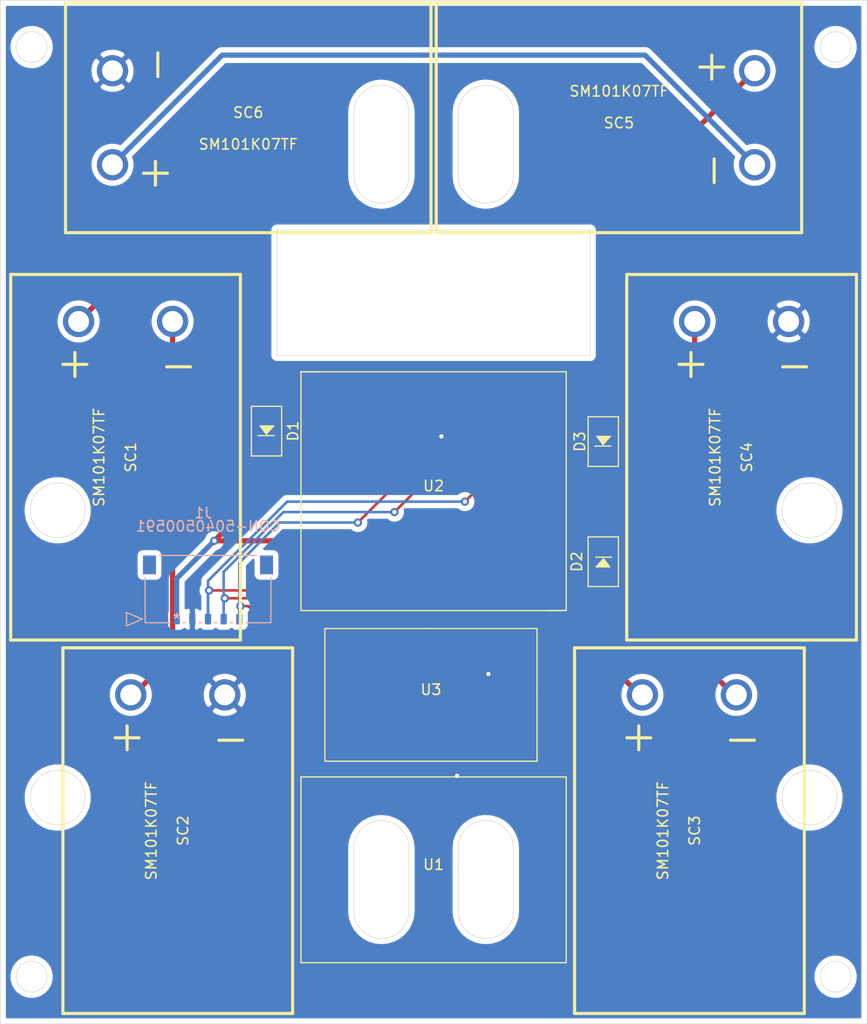
<source format=kicad_pcb>
(kicad_pcb (version 20171130) (host pcbnew "(5.1.10)-1")

  (general
    (thickness 1.6)
    (drawings 62)
    (tracks 86)
    (zones 0)
    (modules 13)
    (nets 38)
  )

  (page A4)
  (title_block
    (title "Solar Configuration for +XY; V4 Stucture")
    (date 2022-05-04)
    (rev 1.0)
  )

  (layers
    (0 F.Cu signal)
    (31 B.Cu signal)
    (32 B.Adhes user)
    (33 F.Adhes user)
    (34 B.Paste user)
    (35 F.Paste user)
    (36 B.SilkS user)
    (37 F.SilkS user)
    (38 B.Mask user)
    (39 F.Mask user)
    (40 Dwgs.User user hide)
    (41 Cmts.User user)
    (42 Eco1.User user)
    (43 Eco2.User user)
    (44 Edge.Cuts user)
    (45 Margin user)
    (46 B.CrtYd user)
    (47 F.CrtYd user)
    (48 B.Fab user)
    (49 F.Fab user)
  )

  (setup
    (last_trace_width 0.25)
    (user_trace_width 0.5)
    (trace_clearance 0.2)
    (zone_clearance 0.508)
    (zone_45_only no)
    (trace_min 0.25)
    (via_size 0.8)
    (via_drill 0.4)
    (via_min_size 0.8)
    (via_min_drill 0.3)
    (uvia_size 0.3)
    (uvia_drill 0.1)
    (uvias_allowed no)
    (uvia_min_size 0.3)
    (uvia_min_drill 0.1)
    (edge_width 0.05)
    (segment_width 0.2)
    (pcb_text_width 0.3)
    (pcb_text_size 1.5 1.5)
    (mod_edge_width 0.12)
    (mod_text_size 1 1)
    (mod_text_width 0.15)
    (pad_size 1.7 1.7)
    (pad_drill 1)
    (pad_to_mask_clearance 0)
    (aux_axis_origin 0 0)
    (grid_origin 100 147.75)
    (visible_elements 7FFFFFFF)
    (pcbplotparams
      (layerselection 0x010fc_ffffffff)
      (usegerberextensions false)
      (usegerberattributes true)
      (usegerberadvancedattributes true)
      (creategerberjobfile true)
      (excludeedgelayer true)
      (linewidth 0.100000)
      (plotframeref false)
      (viasonmask false)
      (mode 1)
      (useauxorigin false)
      (hpglpennumber 1)
      (hpglpenspeed 20)
      (hpglpendiameter 15.000000)
      (psnegative false)
      (psa4output false)
      (plotreference true)
      (plotvalue true)
      (plotinvisibletext false)
      (padsonsilk false)
      (subtractmaskfromsilk false)
      (outputformat 1)
      (mirror false)
      (drillshape 0)
      (scaleselection 1)
      (outputdirectory "Extras/+XY/"))
  )

  (net 0 "")
  (net 1 GND)
  (net 2 +3V3)
  (net 3 VSOLAR)
  (net 4 "Net-(SC1-Pad2)")
  (net 5 "Net-(SC3-Pad2)")
  (net 6 "Net-(D1-Pad2)")
  (net 7 "Net-(D2-Pad2)")
  (net 8 SDA)
  (net 9 SCL)
  (net 10 "Net-(U1-Pad7)")
  (net 11 "Net-(U1-Pad8)")
  (net 12 "Net-(U1-Pad9)")
  (net 13 "Net-(U1-Pad2)")
  (net 14 "Net-(U1-Pad6)")
  (net 15 "Net-(U1-Pad10)")
  (net 16 "Net-(U3-Pad9)")
  (net 17 "Net-(U3-Pad10)")
  (net 18 "Net-(U3-Pad8)")
  (net 19 "Net-(U3-Pad7)")
  (net 20 "Net-(U3-Pad6)")
  (net 21 "Net-(U3-Pad5)")
  (net 22 "Net-(D3-Pad2)")
  (net 23 "Net-(SC5-Pad2)")
  (net 24 "Net-(U2-Pad11)")
  (net 25 "Net-(U2-Pad12)")
  (net 26 "Net-(U2-Pad16)")
  (net 27 "Net-(U2-Pad7)")
  (net 28 "Net-(U2-Pad15)")
  (net 29 "Net-(U2-Pad8)")
  (net 30 "Net-(U2-Pad9)")
  (net 31 "Net-(U2-Pad10)")
  (net 32 "Net-(U2-Pad13)")
  (net 33 "Net-(U2-Pad6)")
  (net 34 "Net-(U2-Pad14)")
  (net 35 "Net-(U2-Pad2)")
  (net 36 "Net-(J1-Pad7)")
  (net 37 "Net-(J1-Pad6)")

  (net_class Default "This is the default net class."
    (clearance 0.2)
    (trace_width 0.25)
    (via_dia 0.8)
    (via_drill 0.4)
    (uvia_dia 0.3)
    (uvia_drill 0.1)
    (diff_pair_width 0.25)
    (diff_pair_gap 0.25)
    (add_net +3V3)
    (add_net GND)
    (add_net "Net-(D1-Pad2)")
    (add_net "Net-(D2-Pad2)")
    (add_net "Net-(D3-Pad2)")
    (add_net "Net-(J1-Pad6)")
    (add_net "Net-(J1-Pad7)")
    (add_net "Net-(SC1-Pad2)")
    (add_net "Net-(SC3-Pad2)")
    (add_net "Net-(SC5-Pad2)")
    (add_net "Net-(U1-Pad10)")
    (add_net "Net-(U1-Pad2)")
    (add_net "Net-(U1-Pad6)")
    (add_net "Net-(U1-Pad7)")
    (add_net "Net-(U1-Pad8)")
    (add_net "Net-(U1-Pad9)")
    (add_net "Net-(U2-Pad10)")
    (add_net "Net-(U2-Pad11)")
    (add_net "Net-(U2-Pad12)")
    (add_net "Net-(U2-Pad13)")
    (add_net "Net-(U2-Pad14)")
    (add_net "Net-(U2-Pad15)")
    (add_net "Net-(U2-Pad16)")
    (add_net "Net-(U2-Pad2)")
    (add_net "Net-(U2-Pad6)")
    (add_net "Net-(U2-Pad7)")
    (add_net "Net-(U2-Pad8)")
    (add_net "Net-(U2-Pad9)")
    (add_net "Net-(U3-Pad10)")
    (add_net "Net-(U3-Pad5)")
    (add_net "Net-(U3-Pad6)")
    (add_net "Net-(U3-Pad7)")
    (add_net "Net-(U3-Pad8)")
    (add_net "Net-(U3-Pad9)")
    (add_net SCL)
    (add_net SDA)
    (add_net VSOLAR)
  )

  (module SolarPanelBoards:CON_5040500591 (layer B.Cu) (tedit 62771E74) (tstamp 6277A0F7)
    (at 116.895001 109 180)
    (path /62771CDB)
    (fp_text reference J1 (at -2.54 10.16) (layer B.SilkS)
      (effects (font (size 1 1) (thickness 0.15)) (justify mirror))
    )
    (fp_text value CON-5040500591 (at -3.000002 8.89) (layer B.SilkS)
      (effects (font (size 1 1) (thickness 0.15)) (justify mirror))
    )
    (fp_line (start 4.294987 7.370001) (end -10.294989 7.370001) (layer B.CrtYd) (width 0.05))
    (fp_line (start 4.294987 -1.61) (end 4.294987 7.370001) (layer B.CrtYd) (width 0.05))
    (fp_line (start -10.294989 -1.61) (end 4.294987 -1.61) (layer B.CrtYd) (width 0.05))
    (fp_line (start -10.294989 7.370001) (end -10.294989 -1.61) (layer B.CrtYd) (width 0.05))
    (fp_line (start -5.379961 -0.34) (end -5.120041 -0.34) (layer B.SilkS) (width 0.12))
    (fp_line (start -3.879961 -0.34) (end -3.620039 -0.34) (layer B.SilkS) (width 0.12))
    (fp_line (start -2.379959 -0.34) (end -2.12004 -0.34) (layer B.SilkS) (width 0.12))
    (fp_line (start -0.87996 -0.34) (end -0.62004 -0.34) (layer B.SilkS) (width 0.12))
    (fp_line (start 0.62004 -0.34) (end 3.024988 -0.34) (layer B.SilkS) (width 0.12))
    (fp_line (start -9.024989 6.100001) (end -9.024989 -0.34) (layer B.Fab) (width 0.1))
    (fp_line (start 3.024988 6.100001) (end -9.024989 6.100001) (layer B.Fab) (width 0.1))
    (fp_line (start 3.024988 -0.34) (end 3.024988 6.100001) (layer B.Fab) (width 0.1))
    (fp_line (start -9.024989 -0.34) (end 3.024988 -0.34) (layer B.Fab) (width 0.1))
    (fp_line (start 1.660115 6.1) (end -7.660116 6.1) (layer B.SilkS) (width 0.12))
    (fp_line (start 3.024988 -0.34) (end 3.024988 3.96996) (layer B.SilkS) (width 0.12))
    (fp_line (start -9.024989 -0.34) (end -6.620041 -0.34) (layer B.SilkS) (width 0.12))
    (fp_line (start -9.024989 3.96996) (end -9.024989 -0.34) (layer B.SilkS) (width 0.12))
    (fp_line (start 4.802987 -0.635) (end 3.278987 0) (layer B.Fab) (width 0.1))
    (fp_line (start 4.802987 0.635) (end 4.802987 -0.635) (layer B.Fab) (width 0.1))
    (fp_line (start 3.278987 0) (end 4.802987 0.635) (layer B.Fab) (width 0.1))
    (fp_line (start 4.802987 -0.635) (end 3.278987 0) (layer B.SilkS) (width 0.12))
    (fp_line (start 4.802987 0.635) (end 4.802987 -0.635) (layer B.SilkS) (width 0.12))
    (fp_line (start 3.278987 0) (end 4.802987 0.635) (layer B.SilkS) (width 0.12))
    (fp_line (start 4.294987 7.370001) (end -10.294989 7.370001) (layer B.CrtYd) (width 0.05))
    (fp_line (start 4.294987 -1.61) (end 4.294987 7.370001) (layer B.CrtYd) (width 0.05))
    (fp_line (start -10.294989 -1.61) (end 4.294987 -1.61) (layer B.CrtYd) (width 0.05))
    (fp_line (start -10.294989 7.370001) (end -10.294989 -1.61) (layer B.CrtYd) (width 0.05))
    (fp_text user MAXIMUM_PACKAGE_HEIGHT:_2_MM (at -9.024989 -6.599999) (layer Cmts.User)
      (effects (font (size 1 1) (thickness 0.15)))
    )
    (fp_text user MAXIMUM_PACKAGE_HEIGHT:_2_MM (at -9.024989 -6.599999) (layer Cmts.User)
      (effects (font (size 1 1) (thickness 0.15)))
    )
    (fp_text user NOTE (at -9.024989 -4.059999) (layer Cmts.User)
      (effects (font (size 1 1) (thickness 0.15)))
    )
    (fp_text user NOTE (at -9.024989 -4.059999) (layer Cmts.User)
      (effects (font (size 1 1) (thickness 0.15)))
    )
    (fp_text user 5040500591 (at -0.206002 -2.961997) (layer B.Fab)
      (effects (font (size 1 1) (thickness 0.15)) (justify mirror))
    )
    (fp_text user * (at 0 0) (layer B.Fab)
      (effects (font (size 1 1) (thickness 0.15)) (justify mirror))
    )
    (fp_text user * (at 0 0) (layer B.SilkS)
      (effects (font (size 1 1) (thickness 0.15)) (justify mirror))
    )
    (fp_text user "Copyright 2021 Accelerated Designs. All rights reserved." (at 0 0) (layer Cmts.User)
      (effects (font (size 0.127 0.127) (thickness 0.002)))
    )
    (pad 7 smd rect (at -8.604999 5.19 180) (size 1.25 1.8) (layers B.Cu B.Paste B.Mask)
      (net 36 "Net-(J1-Pad7)"))
    (pad 6 smd rect (at 2.604999 5.19 180) (size 1.25 1.8) (layers B.Cu B.Paste B.Mask)
      (net 37 "Net-(J1-Pad6)"))
    (pad 5 smd rect (at -6.000001 0 180) (size 0.6 1) (layers B.Cu B.Paste B.Mask)
      (net 8 SDA))
    (pad 4 smd rect (at -4.500001 0 180) (size 0.6 1) (layers B.Cu B.Paste B.Mask)
      (net 9 SCL))
    (pad 3 smd rect (at -2.999999 0 180) (size 0.6 1) (layers B.Cu B.Paste B.Mask)
      (net 2 +3V3))
    (pad 2 smd rect (at -1.5 0 180) (size 0.6 1) (layers B.Cu B.Paste B.Mask)
      (net 1 GND))
    (pad 1 smd rect (at 0 0 180) (size 0.6 1) (layers B.Cu B.Paste B.Mask)
      (net 3 VSOLAR))
    (model ${KIPRJMOD}/Extras/3-DComponents/5040500591.stp
      (offset (xyz -3 4.75 1))
      (scale (xyz 1 1 1))
      (rotate (xyz 0 0 0))
    )
  )

  (module SolarPanelBoards:DO-214AC (layer F.Cu) (tedit 6275D7B7) (tstamp 62768834)
    (at 157.75 92 90)
    (descr "Diode Footprint for CDBA240LL-HF")
    (path /62735B03)
    (attr smd)
    (fp_text reference D3 (at 0 -2.25 90) (layer F.SilkS)
      (effects (font (size 1 1) (thickness 0.15)))
    )
    (fp_text value CDBA240LL-HF (at 0 -2.54 90) (layer F.Fab)
      (effects (font (size 1 1) (thickness 0.15)))
    )
    (fp_line (start -2.375 1.45) (end 2.375 1.45) (layer F.SilkS) (width 0.12))
    (fp_line (start 2.375 1.45) (end 2.375 -1.45) (layer F.SilkS) (width 0.12))
    (fp_line (start -2.375 1.45) (end -2.375 -1.45) (layer F.SilkS) (width 0.12))
    (fp_line (start -2.375 -1.45) (end 2.375 -1.45) (layer F.SilkS) (width 0.12))
    (fp_poly (pts (xy 0.508 0.7112) (xy -0.3048 -0.0254) (xy 0.508 -0.635)) (layer F.SilkS) (width 0.1))
    (fp_line (start -0.4318 -0.8128) (end -0.4318 0.7366) (layer F.SilkS) (width 0.12))
    (pad 2 smd rect (at 2 0 90) (size 2.5 1.7) (layers F.Cu F.Paste F.Mask)
      (net 22 "Net-(D3-Pad2)"))
    (pad 1 smd rect (at -2 0 90) (size 2.5 1.7) (layers F.Cu F.Paste F.Mask)
      (net 3 VSOLAR))
    (model ${KIPRJMOD}/Extras/3-DComponents/CDBA240LL-HF.STEP
      (offset (xyz -2.5 1.25 0))
      (scale (xyz 1 1 1))
      (rotate (xyz -90 0 0))
    )
  )

  (module SolarPanelBoards:DO-214AC (layer F.Cu) (tedit 6275D7B7) (tstamp 62768828)
    (at 157.75 103.5 270)
    (descr "Diode Footprint for CDBA240LL-HF")
    (path /61455D66)
    (attr smd)
    (fp_text reference D2 (at 0 2.54 90) (layer F.SilkS)
      (effects (font (size 1 1) (thickness 0.15)))
    )
    (fp_text value CDBA240LL-HF (at 0 -2.54 90) (layer F.Fab)
      (effects (font (size 1 1) (thickness 0.15)))
    )
    (fp_line (start -2.375 1.45) (end 2.375 1.45) (layer F.SilkS) (width 0.12))
    (fp_line (start 2.375 1.45) (end 2.375 -1.45) (layer F.SilkS) (width 0.12))
    (fp_line (start -2.375 1.45) (end -2.375 -1.45) (layer F.SilkS) (width 0.12))
    (fp_line (start -2.375 -1.45) (end 2.375 -1.45) (layer F.SilkS) (width 0.12))
    (fp_poly (pts (xy 0.508 0.7112) (xy -0.3048 -0.0254) (xy 0.508 -0.635)) (layer F.SilkS) (width 0.1))
    (fp_line (start -0.4318 -0.8128) (end -0.4318 0.7366) (layer F.SilkS) (width 0.12))
    (pad 2 smd rect (at 2 0 270) (size 2.5 1.7) (layers F.Cu F.Paste F.Mask)
      (net 7 "Net-(D2-Pad2)"))
    (pad 1 smd rect (at -2 0 270) (size 2.5 1.7) (layers F.Cu F.Paste F.Mask)
      (net 3 VSOLAR))
    (model ${KIPRJMOD}/Extras/3-DComponents/CDBA240LL-HF.STEP
      (offset (xyz -2.5 1.25 0))
      (scale (xyz 1 1 1))
      (rotate (xyz -90 0 0))
    )
  )

  (module SolarPanelBoards:DO-214AC (layer F.Cu) (tedit 6275D7B7) (tstamp 6276881C)
    (at 125.5 91 90)
    (descr "Diode Footprint for CDBA240LL-HF")
    (path /61067859)
    (attr smd)
    (fp_text reference D1 (at 0 2.54 90) (layer F.SilkS)
      (effects (font (size 1 1) (thickness 0.15)))
    )
    (fp_text value CDBA240LL-HF (at 0 -2.54 90) (layer F.Fab)
      (effects (font (size 1 1) (thickness 0.15)))
    )
    (fp_line (start -2.375 1.45) (end 2.375 1.45) (layer F.SilkS) (width 0.12))
    (fp_line (start 2.375 1.45) (end 2.375 -1.45) (layer F.SilkS) (width 0.12))
    (fp_line (start -2.375 1.45) (end -2.375 -1.45) (layer F.SilkS) (width 0.12))
    (fp_line (start -2.375 -1.45) (end 2.375 -1.45) (layer F.SilkS) (width 0.12))
    (fp_poly (pts (xy 0.508 0.7112) (xy -0.3048 -0.0254) (xy 0.508 -0.635)) (layer F.SilkS) (width 0.1))
    (fp_line (start -0.4318 -0.8128) (end -0.4318 0.7366) (layer F.SilkS) (width 0.12))
    (pad 2 smd rect (at 2 0 90) (size 2.5 1.7) (layers F.Cu F.Paste F.Mask)
      (net 6 "Net-(D1-Pad2)"))
    (pad 1 smd rect (at -2 0 90) (size 2.5 1.7) (layers F.Cu F.Paste F.Mask)
      (net 3 VSOLAR))
    (model ${KIPRJMOD}/Extras/3-DComponents/CDBA240LL-HF.STEP
      (offset (xyz -2.5 1.25 0))
      (scale (xyz 1 1 1))
      (rotate (xyz -90 0 0))
    )
  )

  (module SolarPanelBoards:MCP9808 (layer F.Cu) (tedit 6275D907) (tstamp 627680BE)
    (at 141.25 116.25 180)
    (path /62748135)
    (fp_text reference U3 (at 0 0.5) (layer F.SilkS)
      (effects (font (size 1 1) (thickness 0.15)))
    )
    (fp_text value MCP9808_Breakout (at 0 -0.5) (layer F.Fab)
      (effects (font (size 1 1) (thickness 0.15)))
    )
    (fp_line (start 0 6.35) (end 10.16 6.35) (layer F.SilkS) (width 0.12))
    (fp_line (start 10.16 6.35) (end 10.16 0) (layer F.SilkS) (width 0.12))
    (fp_line (start 0 6.35) (end -10.16 6.35) (layer F.SilkS) (width 0.12))
    (fp_line (start -10.16 6.35) (end -10.16 0) (layer F.SilkS) (width 0.12))
    (fp_line (start 10.16 -6.35) (end 10.16 0) (layer F.SilkS) (width 0.12))
    (fp_line (start 0 -6.35) (end 10.16 -6.35) (layer F.SilkS) (width 0.12))
    (fp_line (start -10.16 -6.35) (end -10.16 0) (layer F.SilkS) (width 0.12))
    (fp_line (start 0 -6.35) (end -10.16 -6.35) (layer F.SilkS) (width 0.12))
    (pad 9 smd circle (at -7.62 -3.81 180) (size 4 4) (layers F.Cu F.Paste F.Mask)
      (net 16 "Net-(U3-Pad9)"))
    (pad 10 smd circle (at 7.62 -3.81 180) (size 4 4) (layers F.Cu F.Paste F.Mask)
      (net 17 "Net-(U3-Pad10)"))
    (pad 3 smd circle (at -3.81 4.064 180) (size 2 2) (layers F.Cu F.Paste F.Mask)
      (net 9 SCL))
    (pad 4 smd circle (at -1.27 4.064 180) (size 2 2) (layers F.Cu F.Paste F.Mask)
      (net 8 SDA))
    (pad 1 smd circle (at -8.89 4.064 180) (size 2 2) (layers F.Cu F.Paste F.Mask)
      (net 2 +3V3))
    (pad 2 smd circle (at -6.35 4.064 180) (size 2 2) (layers F.Cu F.Paste F.Mask)
      (net 1 GND))
    (pad 8 smd circle (at 8.89 4.064 180) (size 2 2) (layers F.Cu F.Paste F.Mask)
      (net 18 "Net-(U3-Pad8)"))
    (pad 7 smd circle (at 6.35 4.064 180) (size 2 2) (layers F.Cu F.Paste F.Mask)
      (net 19 "Net-(U3-Pad7)"))
    (pad 6 smd circle (at 3.81 4.064 180) (size 2 2) (layers F.Cu F.Paste F.Mask)
      (net 20 "Net-(U3-Pad6)"))
    (pad 5 smd circle (at 1.27 4.064 180) (size 2 2) (layers F.Cu F.Paste F.Mask)
      (net 21 "Net-(U3-Pad5)"))
    (model ${KIPRJMOD}/Extras/3-DComponents/MCP9808.STEP
      (offset (xyz -10.5 -6.5 0))
      (scale (xyz 1 1 1))
      (rotate (xyz -90 0 0))
    )
  )

  (module SolarPanelBoards:BNO080 (layer F.Cu) (tedit 6275D6A8) (tstamp 627680A8)
    (at 141.5 96.75 180)
    (path /6273EE4A)
    (fp_text reference U2 (at 0 0.5) (layer F.SilkS)
      (effects (font (size 1 1) (thickness 0.15)))
    )
    (fp_text value BNO080_Breakout (at 0 -0.5) (layer F.Fab)
      (effects (font (size 1 1) (thickness 0.15)))
    )
    (fp_line (start 12.7 -2.54) (end 12.7 -11.43) (layer F.SilkS) (width 0.12))
    (fp_line (start -12.7 -2.54) (end -12.7 -11.43) (layer F.SilkS) (width 0.12))
    (fp_line (start -12.7 -2.54) (end -12.7 0) (layer F.SilkS) (width 0.12))
    (fp_line (start -12.7 -11.43) (end -10.922 -11.43) (layer F.SilkS) (width 0.12))
    (fp_line (start 0 -11.43) (end -12.7 -11.43) (layer F.SilkS) (width 0.12))
    (fp_line (start 0 -11.43) (end 12.7 -11.43) (layer F.SilkS) (width 0.12))
    (fp_line (start 12.7 -2.54) (end 12.7 0) (layer F.SilkS) (width 0.12))
    (fp_line (start -12.7 2.54) (end -12.7 0) (layer F.SilkS) (width 0.12))
    (fp_line (start 12.7 2.54) (end 12.7 0) (layer F.SilkS) (width 0.12))
    (fp_line (start 12.7 11.43) (end 10.922 11.43) (layer F.SilkS) (width 0.12))
    (fp_line (start -12.7 2.54) (end -12.7 11.43) (layer F.SilkS) (width 0.12))
    (fp_line (start 0 11.43) (end -12.7 11.43) (layer F.SilkS) (width 0.12))
    (fp_line (start 12.7 2.54) (end 12.7 11.43) (layer F.SilkS) (width 0.12))
    (fp_line (start 0 11.43) (end 12.7 11.43) (layer F.SilkS) (width 0.12))
    (pad 11 smd circle (at 3.81 -8.89) (size 2 2) (layers F.Cu F.Paste F.Mask)
      (net 24 "Net-(U2-Pad11)"))
    (pad 12 smd circle (at 6.35 -8.89) (size 2 2) (layers F.Cu F.Paste F.Mask)
      (net 25 "Net-(U2-Pad12)"))
    (pad 16 smd circle (at 10.16 -8.89) (size 4 4) (layers F.Cu F.Paste F.Mask)
      (net 26 "Net-(U2-Pad16)"))
    (pad 7 smd circle (at -6.35 -8.89) (size 2 2) (layers F.Cu F.Paste F.Mask)
      (net 27 "Net-(U2-Pad7)"))
    (pad 15 smd circle (at -10.16 -8.89) (size 4 4) (layers F.Cu F.Paste F.Mask)
      (net 28 "Net-(U2-Pad15)"))
    (pad 8 smd circle (at -3.81 -8.89) (size 2 2) (layers F.Cu F.Paste F.Mask)
      (net 29 "Net-(U2-Pad8)"))
    (pad 9 smd circle (at -1.27 -8.89) (size 2 2) (layers F.Cu F.Paste F.Mask)
      (net 30 "Net-(U2-Pad9)"))
    (pad 10 smd circle (at 1.27 -8.89) (size 2 2) (layers F.Cu F.Paste F.Mask)
      (net 31 "Net-(U2-Pad10)"))
    (pad 13 smd circle (at -10.16 8.89 180) (size 4 4) (layers F.Cu F.Paste F.Mask)
      (net 32 "Net-(U2-Pad13)"))
    (pad 2 smd circle (at -3.81 8.89 180) (size 2 2) (layers F.Cu F.Paste F.Mask)
      (net 35 "Net-(U2-Pad2)"))
    (pad 3 smd circle (at -1.27 8.89 180) (size 2 2) (layers F.Cu F.Paste F.Mask)
      (net 1 GND))
    (pad 1 smd circle (at -6.35 8.89 180) (size 2 2) (layers F.Cu F.Paste F.Mask)
      (net 2 +3V3))
    (pad 6 smd circle (at 6.35 8.89 180) (size 2 2) (layers F.Cu F.Paste F.Mask)
      (net 33 "Net-(U2-Pad6)"))
    (pad 5 smd circle (at 3.81 8.89 180) (size 2 2) (layers F.Cu F.Paste F.Mask)
      (net 8 SDA))
    (pad 4 smd circle (at 1.27 8.89 180) (size 2 2) (layers F.Cu F.Paste F.Mask)
      (net 9 SCL))
    (pad 14 smd circle (at 10.16 8.89 180) (size 4 4) (layers F.Cu F.Paste F.Mask)
      (net 34 "Net-(U2-Pad14)"))
    (model ${KIPRJMOD}/Extras/3-DComponents/BNO085.STEP
      (offset (xyz 12.75 11.5 0))
      (scale (xyz 1 1 1))
      (rotate (xyz 90 180 0))
    )
  )

  (module SolarPanelBoards:APDS9960 (layer F.Cu) (tedit 6275D630) (tstamp 62768086)
    (at 141.5 133 180)
    (path /6273B54B)
    (fp_text reference U1 (at 0 0.5) (layer F.SilkS)
      (effects (font (size 1 1) (thickness 0.15)))
    )
    (fp_text value APDS9960_Breakout (at 0 -0.5) (layer F.Fab)
      (effects (font (size 1 1) (thickness 0.15)))
    )
    (fp_line (start 0 8.89) (end 12.7 8.89) (layer F.SilkS) (width 0.12))
    (fp_line (start 12.7 0) (end 12.7 8.89) (layer F.SilkS) (width 0.12))
    (fp_line (start 0 8.89) (end -12.7 8.89) (layer F.SilkS) (width 0.12))
    (fp_line (start -12.7 0) (end -12.7 8.89) (layer F.SilkS) (width 0.12))
    (fp_line (start 12.7 0) (end 12.7 -8.89) (layer F.SilkS) (width 0.12))
    (fp_line (start 0 -8.89) (end 12.7 -8.89) (layer F.SilkS) (width 0.12))
    (fp_line (start 0 -8.89) (end -12.7 -8.89) (layer F.SilkS) (width 0.12))
    (fp_line (start -12.7 0) (end -12.7 -8.89) (layer F.SilkS) (width 0.12))
    (pad 7 smd circle (at -10.16 -6.35) (size 4 4) (layers F.Cu F.Paste F.Mask)
      (net 10 "Net-(U1-Pad7)"))
    (pad 8 smd circle (at 10.16 -6.35) (size 4 4) (layers F.Cu F.Paste F.Mask)
      (net 11 "Net-(U1-Pad8)"))
    (pad 9 smd circle (at -10.16 6.35 180) (size 4 4) (layers F.Cu F.Paste F.Mask)
      (net 12 "Net-(U1-Pad9)"))
    (pad 2 smd circle (at -3.81 6.35 180) (size 2 2) (layers F.Cu F.Paste F.Mask)
      (net 13 "Net-(U1-Pad2)"))
    (pad 3 smd circle (at -1.27 6.35 180) (size 2 2) (layers F.Cu F.Paste F.Mask)
      (net 1 GND))
    (pad 1 smd circle (at -6.35 6.35 180) (size 2 2) (layers F.Cu F.Paste F.Mask)
      (net 2 +3V3))
    (pad 6 smd circle (at 6.35 6.35 180) (size 2 2) (layers F.Cu F.Paste F.Mask)
      (net 14 "Net-(U1-Pad6)"))
    (pad 5 smd circle (at 3.81 6.35 180) (size 2 2) (layers F.Cu F.Paste F.Mask)
      (net 8 SDA))
    (pad 4 smd circle (at 1.27 6.35 180) (size 2 2) (layers F.Cu F.Paste F.Mask)
      (net 9 SCL))
    (pad 10 smd circle (at 10.16 6.35 180) (size 4 4) (layers F.Cu F.Paste F.Mask)
      (net 15 "Net-(U1-Pad10)"))
    (model ${KIPRJMOD}/Extras/3-DComponents/APDS9960.STEP
      (offset (xyz 12.75 8.75 0))
      (scale (xyz 1 1 1))
      (rotate (xyz 90 180 0))
    )
  )

  (module SolarPanelBoards:SM101K07TF (layer F.Cu) (tedit 6275D59F) (tstamp 62767846)
    (at 123.75 61 180)
    (path /62735AF7)
    (fp_text reference SC6 (at 0 0.5) (layer F.SilkS)
      (effects (font (size 1 1) (thickness 0.15)))
    )
    (fp_text value SM101K07TF (at 0 -2.54) (layer F.SilkS)
      (effects (font (size 1 1) (thickness 0.15)))
    )
    (fp_line (start -17.5 11) (end -17.5 -11) (layer F.SilkS) (width 0.3))
    (fp_line (start 17.5 11) (end -17.5 11) (layer F.SilkS) (width 0.3))
    (fp_line (start 17.5 -11) (end 17.5 11) (layer F.SilkS) (width 0.3))
    (fp_line (start -17.5 -11) (end 17.5 -11) (layer F.SilkS) (width 0.3))
    (fp_text user - (at 8.89 5.08 90) (layer F.SilkS)
      (effects (font (size 3 3) (thickness 0.3)))
    )
    (fp_text user + (at 8.89 -5.08) (layer F.SilkS)
      (effects (font (size 3 3) (thickness 0.3)))
    )
    (pad 2 thru_hole circle (at 13 4.5 180) (size 3 3) (drill 2) (layers *.Cu *.Mask)
      (net 1 GND))
    (pad 1 thru_hole circle (at 13 -4.5 180) (size 3 3) (drill 2) (layers *.Cu *.Mask)
      (net 23 "Net-(SC5-Pad2)"))
    (model ${KIPRJMOD}/Extras/3-DComponents/SM101K07TF.STEP
      (offset (xyz 17.5 -11 0))
      (scale (xyz 1 1 1))
      (rotate (xyz 90 180 90))
    )
  )

  (module SolarPanelBoards:SM101K07TF (layer F.Cu) (tedit 6275D59F) (tstamp 6276783A)
    (at 159.25 61)
    (path /62735AFD)
    (fp_text reference SC5 (at 0 0.5) (layer F.SilkS)
      (effects (font (size 1 1) (thickness 0.15)))
    )
    (fp_text value SM101K07TF (at 0 -2.54) (layer F.SilkS)
      (effects (font (size 1 1) (thickness 0.15)))
    )
    (fp_line (start -17.5 11) (end -17.5 -11) (layer F.SilkS) (width 0.3))
    (fp_line (start 17.5 11) (end -17.5 11) (layer F.SilkS) (width 0.3))
    (fp_line (start 17.5 -11) (end 17.5 11) (layer F.SilkS) (width 0.3))
    (fp_line (start -17.5 -11) (end 17.5 -11) (layer F.SilkS) (width 0.3))
    (fp_text user - (at 8.89 5.08 90) (layer F.SilkS)
      (effects (font (size 3 3) (thickness 0.3)))
    )
    (fp_text user + (at 8.89 -5.08) (layer F.SilkS)
      (effects (font (size 3 3) (thickness 0.3)))
    )
    (pad 2 thru_hole circle (at 13 4.5) (size 3 3) (drill 2) (layers *.Cu *.Mask)
      (net 23 "Net-(SC5-Pad2)"))
    (pad 1 thru_hole circle (at 13 -4.5) (size 3 3) (drill 2) (layers *.Cu *.Mask)
      (net 22 "Net-(D3-Pad2)"))
    (model ${KIPRJMOD}/Extras/3-DComponents/SM101K07TF.STEP
      (offset (xyz 17.5 -11 0))
      (scale (xyz 1 1 1))
      (rotate (xyz 90 180 90))
    )
  )

  (module SolarPanelBoards:SM101K07TF (layer F.Cu) (tedit 6275D59F) (tstamp 6276782E)
    (at 171 93.5 90)
    (path /61285A7B)
    (fp_text reference SC4 (at 0 0.5 90) (layer F.SilkS)
      (effects (font (size 1 1) (thickness 0.15)))
    )
    (fp_text value SM101K07TF (at 0 -2.54 90) (layer F.SilkS)
      (effects (font (size 1 1) (thickness 0.15)))
    )
    (fp_line (start -17.5 11) (end -17.5 -11) (layer F.SilkS) (width 0.3))
    (fp_line (start 17.5 11) (end -17.5 11) (layer F.SilkS) (width 0.3))
    (fp_line (start 17.5 -11) (end 17.5 11) (layer F.SilkS) (width 0.3))
    (fp_line (start -17.5 -11) (end 17.5 -11) (layer F.SilkS) (width 0.3))
    (fp_text user - (at 8.89 5.08) (layer F.SilkS)
      (effects (font (size 3 3) (thickness 0.3)))
    )
    (fp_text user + (at 8.89 -5.08 90) (layer F.SilkS)
      (effects (font (size 3 3) (thickness 0.3)))
    )
    (pad 2 thru_hole circle (at 13 4.5 90) (size 3 3) (drill 2) (layers *.Cu *.Mask)
      (net 1 GND))
    (pad 1 thru_hole circle (at 13 -4.5 90) (size 3 3) (drill 2) (layers *.Cu *.Mask)
      (net 5 "Net-(SC3-Pad2)"))
    (model ${KIPRJMOD}/Extras/3-DComponents/SM101K07TF.STEP
      (offset (xyz 17.5 -11 0))
      (scale (xyz 1 1 1))
      (rotate (xyz 90 180 90))
    )
  )

  (module SolarPanelBoards:SM101K07TF (layer F.Cu) (tedit 6275D59F) (tstamp 62767822)
    (at 166 129.25 90)
    (path /6128524D)
    (fp_text reference SC3 (at 0 0.5 90) (layer F.SilkS)
      (effects (font (size 1 1) (thickness 0.15)))
    )
    (fp_text value SM101K07TF (at 0 -2.54 90) (layer F.SilkS)
      (effects (font (size 1 1) (thickness 0.15)))
    )
    (fp_line (start -17.5 11) (end -17.5 -11) (layer F.SilkS) (width 0.3))
    (fp_line (start 17.5 11) (end -17.5 11) (layer F.SilkS) (width 0.3))
    (fp_line (start 17.5 -11) (end 17.5 11) (layer F.SilkS) (width 0.3))
    (fp_line (start -17.5 -11) (end 17.5 -11) (layer F.SilkS) (width 0.3))
    (fp_text user - (at 8.89 5.08) (layer F.SilkS)
      (effects (font (size 3 3) (thickness 0.3)))
    )
    (fp_text user + (at 8.89 -5.08 90) (layer F.SilkS)
      (effects (font (size 3 3) (thickness 0.3)))
    )
    (pad 2 thru_hole circle (at 13 4.5 90) (size 3 3) (drill 2) (layers *.Cu *.Mask)
      (net 5 "Net-(SC3-Pad2)"))
    (pad 1 thru_hole circle (at 13 -4.5 90) (size 3 3) (drill 2) (layers *.Cu *.Mask)
      (net 7 "Net-(D2-Pad2)"))
    (model ${KIPRJMOD}/Extras/3-DComponents/SM101K07TF.STEP
      (offset (xyz 17.5 -11 0))
      (scale (xyz 1 1 1))
      (rotate (xyz 90 180 90))
    )
  )

  (module SolarPanelBoards:SM101K07TF (layer F.Cu) (tedit 6275D59F) (tstamp 62767816)
    (at 117 129.25 90)
    (path /612849A3)
    (fp_text reference SC2 (at 0 0.5 90) (layer F.SilkS)
      (effects (font (size 1 1) (thickness 0.15)))
    )
    (fp_text value SM101K07TF (at 0 -2.54 90) (layer F.SilkS)
      (effects (font (size 1 1) (thickness 0.15)))
    )
    (fp_line (start -17.5 11) (end -17.5 -11) (layer F.SilkS) (width 0.3))
    (fp_line (start 17.5 11) (end -17.5 11) (layer F.SilkS) (width 0.3))
    (fp_line (start 17.5 -11) (end 17.5 11) (layer F.SilkS) (width 0.3))
    (fp_line (start -17.5 -11) (end 17.5 -11) (layer F.SilkS) (width 0.3))
    (fp_text user - (at 8.89 5.08) (layer F.SilkS)
      (effects (font (size 3 3) (thickness 0.3)))
    )
    (fp_text user + (at 8.89 -5.08 90) (layer F.SilkS)
      (effects (font (size 3 3) (thickness 0.3)))
    )
    (pad 2 thru_hole circle (at 13 4.5 90) (size 3 3) (drill 2) (layers *.Cu *.Mask)
      (net 1 GND))
    (pad 1 thru_hole circle (at 13 -4.5 90) (size 3 3) (drill 2) (layers *.Cu *.Mask)
      (net 4 "Net-(SC1-Pad2)"))
    (model ${KIPRJMOD}/Extras/3-DComponents/SM101K07TF.STEP
      (offset (xyz 17.5 -11 0))
      (scale (xyz 1 1 1))
      (rotate (xyz 90 180 90))
    )
  )

  (module SolarPanelBoards:SM101K07TF (layer F.Cu) (tedit 6275D59F) (tstamp 6276780A)
    (at 112 93.5 90)
    (path /6143BD42)
    (fp_text reference SC1 (at 0 0.5 90) (layer F.SilkS)
      (effects (font (size 1 1) (thickness 0.15)))
    )
    (fp_text value SM101K07TF (at 0 -2.54 90) (layer F.SilkS)
      (effects (font (size 1 1) (thickness 0.15)))
    )
    (fp_line (start -17.5 11) (end -17.5 -11) (layer F.SilkS) (width 0.3))
    (fp_line (start 17.5 11) (end -17.5 11) (layer F.SilkS) (width 0.3))
    (fp_line (start 17.5 -11) (end 17.5 11) (layer F.SilkS) (width 0.3))
    (fp_line (start -17.5 -11) (end 17.5 -11) (layer F.SilkS) (width 0.3))
    (fp_text user - (at 8.89 5.08) (layer F.SilkS)
      (effects (font (size 3 3) (thickness 0.3)))
    )
    (fp_text user + (at 8.89 -5.08 90) (layer F.SilkS)
      (effects (font (size 3 3) (thickness 0.3)))
    )
    (pad 2 thru_hole circle (at 13 4.5 90) (size 3 3) (drill 2) (layers *.Cu *.Mask)
      (net 4 "Net-(SC1-Pad2)"))
    (pad 1 thru_hole circle (at 13 -4.5 90) (size 3 3) (drill 2) (layers *.Cu *.Mask)
      (net 6 "Net-(D1-Pad2)"))
    (model ${KIPRJMOD}/Extras/3-DComponents/SM101K07TF.STEP
      (offset (xyz 17.5 -11 0))
      (scale (xyz 1 1 1))
      (rotate (xyz 90 180 90))
    )
  )

  (gr_line (start 126.5 83.75) (end 126.5 71.75) (layer Edge.Cuts) (width 0.05) (tstamp 62769F9E))
  (gr_line (start 156.5 83.75) (end 126.5 83.75) (layer Edge.Cuts) (width 0.05))
  (gr_line (start 156.5 71.75) (end 156.5 83.75) (layer Edge.Cuts) (width 0.05))
  (gr_line (start 126.5 71.75) (end 156.5 71.75) (layer Edge.Cuts) (width 0.05))
  (gr_line (start 156.5 83.730004) (end 156.5 71.730004) (layer Dwgs.User) (width 0.2))
  (gr_arc (start 146.5 136.93) (end 143.85 136.93) (angle -180) (layer Edge.Cuts) (width 0.05))
  (gr_arc (start 146.5 130.93) (end 149.15 130.93) (angle -180) (layer Edge.Cuts) (width 0.05))
  (gr_arc (start 136.5 136.93) (end 133.85 136.93) (angle -180) (layer Edge.Cuts) (width 0.05))
  (gr_arc (start 136.5 130.93) (end 139.15 130.93) (angle -180) (layer Edge.Cuts) (width 0.05))
  (gr_arc (start 146.5 66.53) (end 143.85 66.53) (angle -180) (layer Edge.Cuts) (width 0.05))
  (gr_arc (start 146.5 60.53) (end 149.15 60.53) (angle -180) (layer Edge.Cuts) (width 0.05))
  (gr_arc (start 136.5 66.53) (end 133.85 66.53) (angle -180) (layer Edge.Cuts) (width 0.05))
  (gr_arc (start 136.5 60.53) (end 139.15 60.53) (angle -180) (layer Edge.Cuts) (width 0.05))
  (gr_line (start 141.5 50.25) (end 141.5 147.75) (layer Dwgs.User) (width 0.15))
  (gr_line (start 141.5 49.75) (end 141.5 50.25) (layer Dwgs.User) (width 0.15))
  (gr_line (start 149.15 136.93) (end 149.15 130.93) (layer Edge.Cuts) (width 0.05) (tstamp 62735BAE))
  (gr_line (start 143.85 130.93) (end 143.85 136.93) (layer Edge.Cuts) (width 0.05) (tstamp 62735BAD))
  (gr_line (start 139.15 136.93) (end 139.15 130.93) (layer Edge.Cuts) (width 0.05) (tstamp 62735BAC))
  (gr_line (start 133.85 130.93) (end 133.85 136.93) (layer Edge.Cuts) (width 0.05) (tstamp 62735BAB))
  (gr_line (start 149.15 60.53) (end 149.15 66.53) (layer Edge.Cuts) (width 0.05) (tstamp 62735BA9))
  (gr_line (start 143.85 60.53) (end 143.85 66.53) (layer Edge.Cuts) (width 0.05) (tstamp 62735BA8))
  (gr_line (start 139.15 60.53) (end 139.15 66.53) (layer Edge.Cuts) (width 0.05) (tstamp 62735BA7))
  (gr_line (start 133.85 66.53) (end 133.85 60.53) (layer Edge.Cuts) (width 0.05) (tstamp 62735BA6))
  (gr_circle (center 103 54.230004) (end 105.625 54.230004) (layer Dwgs.User) (width 0.2) (tstamp 62734B1C))
  (gr_circle (center 180 54.230004) (end 182.625 54.230004) (layer Dwgs.User) (width 0.2) (tstamp 62734B1C))
  (gr_circle (center 180 143.230004) (end 182.625 143.230004) (layer Dwgs.User) (width 0.2) (tstamp 62734B1C))
  (gr_circle (center 103 143.230004) (end 105.625 143.230004) (layer Dwgs.User) (width 0.2) (tstamp 62734B1C))
  (gr_line (start 183 49.730004) (end 100 49.730004) (layer Dwgs.User) (width 0.2))
  (gr_line (start 156.5 71.730004) (end 126.5 71.730004) (layer Dwgs.User) (width 0.2))
  (gr_line (start 126.5 83.730004) (end 156.5 83.730004) (layer Dwgs.User) (width 0.2))
  (gr_line (start 183 147.730004) (end 183 49.730004) (layer Dwgs.User) (width 0.2))
  (gr_line (start 100 49.730004) (end 100 147.730004) (layer Dwgs.User) (width 0.2))
  (gr_line (start 126.5 71.730004) (end 126.5 83.730004) (layer Dwgs.User) (width 0.2))
  (gr_line (start 100 147.730004) (end 183 147.730004) (layer Dwgs.User) (width 0.2))
  (gr_circle (center 180 54.230004) (end 181.475 54.230004) (layer Dwgs.User) (width 0.2))
  (gr_circle (center 136.5 66.530004) (end 139.125001 66.530004) (layer Dwgs.User) (width 0.2))
  (gr_circle (center 136.5 130.930004) (end 139.125 130.930004) (layer Dwgs.User) (width 0.2))
  (gr_circle (center 180 143.230004) (end 181.475 143.230004) (layer Dwgs.User) (width 0.2))
  (gr_circle (center 136.5 60.530004) (end 139.125001 60.530004) (layer Dwgs.User) (width 0.2))
  (gr_circle (center 177.5 98.580004) (end 180.125 98.580004) (layer Dwgs.User) (width 0.2))
  (gr_circle (center 103 54.230004) (end 104.475 54.230004) (layer Dwgs.User) (width 0.2))
  (gr_circle (center 146.5 136.930004) (end 149.125 136.930004) (layer Dwgs.User) (width 0.2))
  (gr_circle (center 103 143.230004) (end 104.475 143.230004) (layer Dwgs.User) (width 0.2))
  (gr_circle (center 136.5 136.930004) (end 139.125001 136.930004) (layer Dwgs.User) (width 0.2))
  (gr_circle (center 146.5 60.530004) (end 149.125 60.530004) (layer Dwgs.User) (width 0.2))
  (gr_circle (center 177.5 126.080004) (end 180.124999 126.080004) (layer Dwgs.User) (width 0.2))
  (gr_circle (center 146.5 66.530004) (end 149.125 66.530004) (layer Dwgs.User) (width 0.2))
  (gr_circle (center 146.5 130.930004) (end 149.124999 130.930004) (layer Dwgs.User) (width 0.2))
  (gr_circle (center 105.5 98.580004) (end 108.125 98.580004) (layer Dwgs.User) (width 0.2))
  (gr_circle (center 105.5 126.080004) (end 108.125 126.080004) (layer Dwgs.User) (width 0.2))
  (gr_circle (center 177.5 98.58) (end 180.125 98.58) (layer Edge.Cuts) (width 0.05) (tstamp 6274BAD1))
  (gr_circle (center 177.5 126.08) (end 180.125 126.08) (layer Edge.Cuts) (width 0.05) (tstamp 6274BAD1))
  (gr_circle (center 105.5 126.08) (end 108.125 126.08) (layer Edge.Cuts) (width 0.05) (tstamp 6274BAD1))
  (gr_circle (center 105.5 98.58) (end 108.125 98.58) (layer Edge.Cuts) (width 0.05))
  (gr_circle (center 180 54.23) (end 181.475 54.23) (layer Edge.Cuts) (width 0.05) (tstamp 6274BAAE))
  (gr_circle (center 103 54.23) (end 104.475 54.23) (layer Edge.Cuts) (width 0.05) (tstamp 6274BAAE))
  (gr_circle (center 103 143.23) (end 104.475 143.23) (layer Edge.Cuts) (width 0.05) (tstamp 6274BAA4))
  (gr_circle (center 180 143.23) (end 181.475 143.23) (layer Edge.Cuts) (width 0.05))
  (gr_line (start 183 49.75) (end 100 49.75) (layer Edge.Cuts) (width 0.05) (tstamp 6274BA62))
  (gr_line (start 183 147.75) (end 183 49.75) (layer Edge.Cuts) (width 0.05))
  (gr_line (start 100 147.75) (end 183 147.75) (layer Edge.Cuts) (width 0.05))
  (gr_line (start 100 49.75) (end 100 147.75) (layer Edge.Cuts) (width 0.05))

  (segment (start 142.77 88.86) (end 142.77 90.98) (width 0.25) (layer F.Cu) (net 1))
  (segment (start 142.77 90.98) (end 142.25 91.5) (width 0.25) (layer F.Cu) (net 1))
  (segment (start 142.25 91.5) (end 142.25 91.5) (width 0.25) (layer F.Cu) (net 1) (tstamp 62752180))
  (via (at 142.25 91.5) (size 0.8) (drill 0.4) (layers F.Cu B.Cu) (net 1))
  (segment (start 147.85 112.436) (end 146.75 113.536) (width 0.25) (layer F.Cu) (net 1))
  (segment (start 146.75 113.536) (end 146.75 114.25) (width 0.25) (layer F.Cu) (net 1))
  (segment (start 146.75 114.25) (end 146.75 114.25) (width 0.25) (layer F.Cu) (net 1) (tstamp 62752182))
  (via (at 146.75 114.25) (size 0.8) (drill 0.4) (layers F.Cu B.Cu) (net 1))
  (segment (start 142.77 126.4) (end 142.77 124.98) (width 0.25) (layer F.Cu) (net 1))
  (segment (start 142.77 124.98) (end 143.75 124) (width 0.25) (layer F.Cu) (net 1))
  (segment (start 143.75 124) (end 143.75 124) (width 0.25) (layer F.Cu) (net 1) (tstamp 627522AB))
  (via (at 143.75 124) (size 0.8) (drill 0.4) (layers F.Cu B.Cu) (net 1))
  (segment (start 150.39 112.436) (end 146.076 116.75) (width 0.25) (layer F.Cu) (net 2))
  (segment (start 147.85 126.4) (end 146 124.55) (width 0.25) (layer F.Cu) (net 2))
  (segment (start 146 116.826) (end 146.076 116.75) (width 0.25) (layer F.Cu) (net 2))
  (segment (start 146 124.55) (end 146 116.826) (width 0.25) (layer F.Cu) (net 2))
  (segment (start 144.5 97.75) (end 144.5 97.75) (width 0.25) (layer B.Cu) (net 2) (tstamp 62752107))
  (via (at 144.5 97.75) (size 0.8) (drill 0.4) (layers F.Cu B.Cu) (net 2))
  (segment (start 147.85 94.4) (end 144.5 97.75) (width 0.25) (layer F.Cu) (net 2))
  (segment (start 147.85 88.86) (end 147.85 94.4) (width 0.25) (layer F.Cu) (net 2))
  (via (at 120 106.25) (size 0.8) (drill 0.4) (layers F.Cu B.Cu) (net 2))
  (segment (start 150.39 112.436) (end 147.80398 109.84998) (width 0.25) (layer F.Cu) (net 2))
  (segment (start 147.80398 109.84998) (end 127.84998 109.84998) (width 0.25) (layer F.Cu) (net 2))
  (segment (start 124.25 106.25) (end 120 106.25) (width 0.25) (layer F.Cu) (net 2))
  (segment (start 127.84998 109.84998) (end 124.25 106.25) (width 0.25) (layer F.Cu) (net 2))
  (segment (start 119.895 109) (end 119.895 106.605) (width 0.25) (layer B.Cu) (net 2))
  (segment (start 127.47718 97.75) (end 144.5 97.75) (width 0.25) (layer B.Cu) (net 2))
  (segment (start 119.895 105.33218) (end 120.23859 104.98859) (width 0.25) (layer B.Cu) (net 2))
  (segment (start 120.23859 104.98859) (end 127.47718 97.75) (width 0.25) (layer B.Cu) (net 2))
  (segment (start 119.895 109) (end 119.895 105.33218) (width 0.25) (layer B.Cu) (net 2))
  (segment (start 120 105.22718) (end 120.23859 104.98859) (width 0.25) (layer B.Cu) (net 2))
  (segment (start 157.75 94.25) (end 157.75 101.5) (width 0.5) (layer F.Cu) (net 3))
  (segment (start 157.75 101.5) (end 120.5 101.5) (width 0.5) (layer F.Cu) (net 3))
  (segment (start 120.5 101.5) (end 120.5 101.5) (width 0.5) (layer B.Cu) (net 3) (tstamp 627522A9))
  (via (at 120.5 101.5) (size 0.8) (drill 0.4) (layers F.Cu B.Cu) (net 3))
  (segment (start 125.5 96.5) (end 120.5 101.5) (width 0.5) (layer F.Cu) (net 3))
  (segment (start 125.5 93) (end 125.5 96.5) (width 0.5) (layer F.Cu) (net 3))
  (segment (start 120.5 101.5) (end 117.145001 104.854999) (width 0.5) (layer B.Cu) (net 3))
  (segment (start 116.895001 105.104999) (end 117.145001 104.854999) (width 0.5) (layer B.Cu) (net 3))
  (segment (start 116.895001 109) (end 116.895001 105.104999) (width 0.5) (layer B.Cu) (net 3))
  (segment (start 116.5 112.5) (end 112.75 116.25) (width 0.5) (layer F.Cu) (net 4))
  (segment (start 116.5 80.5) (end 116.5 112.5) (width 0.5) (layer F.Cu) (net 4))
  (segment (start 166.5 112.5) (end 170.25 116.25) (width 0.5) (layer F.Cu) (net 5))
  (segment (start 166.5 80.5) (end 166.5 112.5) (width 0.5) (layer F.Cu) (net 5))
  (segment (start 110.5 77.5) (end 107.5 80.5) (width 0.5) (layer F.Cu) (net 6))
  (segment (start 118 77.5) (end 110.5 77.5) (width 0.5) (layer F.Cu) (net 6))
  (segment (start 125.5 85) (end 125.5 89) (width 0.5) (layer F.Cu) (net 6))
  (segment (start 118 77.5) (end 125.5 85) (width 0.5) (layer F.Cu) (net 6))
  (segment (start 157.75 112.75) (end 161.25 116.25) (width 0.5) (layer F.Cu) (net 7))
  (segment (start 157.75 105.5) (end 157.75 112.75) (width 0.5) (layer F.Cu) (net 7))
  (segment (start 142.77 121.32) (end 137.69 126.4) (width 0.25) (layer F.Cu) (net 8))
  (segment (start 142.77 112.436) (end 142.77 121.32) (width 0.25) (layer F.Cu) (net 8))
  (segment (start 134.25 99.75) (end 134.25 99.75) (width 0.25) (layer B.Cu) (net 8) (tstamp 62752103))
  (via (at 134.25 99.75) (size 0.8) (drill 0.4) (layers F.Cu B.Cu) (net 8))
  (segment (start 137.69 96.31) (end 134.25 99.75) (width 0.25) (layer F.Cu) (net 8))
  (segment (start 137.69 88.86) (end 137.69 96.31) (width 0.25) (layer F.Cu) (net 8))
  (via (at 123 107.75) (size 0.8) (drill 0.4) (layers F.Cu B.Cu) (net 8))
  (segment (start 142.77 112.436) (end 141.084 110.75) (width 0.25) (layer F.Cu) (net 8))
  (segment (start 141.084 110.75) (end 126.749998 110.75) (width 0.25) (layer F.Cu) (net 8))
  (segment (start 126.749998 110.75) (end 126.749998 110.749998) (width 0.25) (layer F.Cu) (net 8))
  (segment (start 123.75 107.75) (end 123.25 107.75) (width 0.25) (layer F.Cu) (net 8))
  (segment (start 126.749998 110.749998) (end 123.75 107.75) (width 0.25) (layer F.Cu) (net 8))
  (segment (start 126.75 99.75) (end 134.25 99.75) (width 0.25) (layer B.Cu) (net 8))
  (segment (start 122.895002 103.604998) (end 126.75 99.75) (width 0.25) (layer B.Cu) (net 8))
  (segment (start 122.895002 109) (end 122.895002 103.604998) (width 0.25) (layer B.Cu) (net 8))
  (segment (start 137.75 98.75) (end 137.75 98.75) (width 0.25) (layer B.Cu) (net 9) (tstamp 62752105))
  (via (at 137.75 98.75) (size 0.8) (drill 0.4) (layers F.Cu B.Cu) (net 9))
  (segment (start 140.23 96.27) (end 137.75 98.75) (width 0.25) (layer F.Cu) (net 9))
  (segment (start 140.23 88.86) (end 140.23 96.27) (width 0.25) (layer F.Cu) (net 9))
  (via (at 121.5 107) (size 0.8) (drill 0.4) (layers F.Cu B.Cu) (net 9))
  (segment (start 127.11359 98.75) (end 137.75 98.75) (width 0.25) (layer B.Cu) (net 9))
  (segment (start 121.395002 104.468588) (end 127.11359 98.75) (width 0.25) (layer B.Cu) (net 9))
  (segment (start 121.395002 109) (end 121.395002 104.468588) (width 0.25) (layer B.Cu) (net 9))
  (segment (start 121.500001 106.999999) (end 121.5 107) (width 0.25) (layer F.Cu) (net 9))
  (segment (start 124.072999 106.999999) (end 121.500001 106.999999) (width 0.25) (layer F.Cu) (net 9))
  (segment (start 127.37299 110.29999) (end 124.072999 106.999999) (width 0.25) (layer F.Cu) (net 9))
  (segment (start 143.17399 110.29999) (end 127.37299 110.29999) (width 0.25) (layer F.Cu) (net 9))
  (segment (start 145.31 112.436) (end 143.17399 110.29999) (width 0.25) (layer F.Cu) (net 9))
  (segment (start 145.31 121.32) (end 145.31 112.436) (width 0.25) (layer F.Cu) (net 9))
  (segment (start 140.23 126.4) (end 145.31 121.32) (width 0.25) (layer F.Cu) (net 9))
  (segment (start 162 66.75) (end 172.25 56.5) (width 0.5) (layer F.Cu) (net 22))
  (segment (start 162 86) (end 162 66.75) (width 0.5) (layer F.Cu) (net 22))
  (segment (start 157.75 90.25) (end 162 86) (width 0.5) (layer F.Cu) (net 22))
  (segment (start 110.75 65.5) (end 121.25 55) (width 0.5) (layer B.Cu) (net 23))
  (segment (start 161.75 55) (end 172.25 65.5) (width 0.5) (layer B.Cu) (net 23))
  (segment (start 121.25 55) (end 161.75 55) (width 0.5) (layer B.Cu) (net 23))

  (zone (net 1) (net_name GND) (layer B.Cu) (tstamp 62787983) (hatch edge 0.508)
    (connect_pads (clearance 0.508))
    (min_thickness 0.254)
    (fill yes (arc_segments 32) (thermal_gap 0.508) (thermal_bridge_width 0.508))
    (polygon
      (pts
        (xy 183 147.75) (xy 100 147.75) (xy 100 49.75) (xy 183 49.75)
      )
    )
    (filled_polygon
      (pts
        (xy 182.34 147.09) (xy 100.66 147.09) (xy 100.66 143.018773) (xy 100.855377 143.018773) (xy 100.855377 143.441227)
        (xy 100.937794 143.855563) (xy 101.09946 144.24586) (xy 101.334162 144.597118) (xy 101.632882 144.895838) (xy 101.98414 145.13054)
        (xy 102.374437 145.292206) (xy 102.788773 145.374623) (xy 103.211227 145.374623) (xy 103.625563 145.292206) (xy 104.01586 145.13054)
        (xy 104.367118 144.895838) (xy 104.665838 144.597118) (xy 104.90054 144.24586) (xy 105.062206 143.855563) (xy 105.144623 143.441227)
        (xy 105.144623 143.018773) (xy 177.855377 143.018773) (xy 177.855377 143.441227) (xy 177.937794 143.855563) (xy 178.09946 144.24586)
        (xy 178.334162 144.597118) (xy 178.632882 144.895838) (xy 178.98414 145.13054) (xy 179.374437 145.292206) (xy 179.788773 145.374623)
        (xy 180.211227 145.374623) (xy 180.625563 145.292206) (xy 181.01586 145.13054) (xy 181.367118 144.895838) (xy 181.665838 144.597118)
        (xy 181.90054 144.24586) (xy 182.062206 143.855563) (xy 182.144623 143.441227) (xy 182.144623 143.018773) (xy 182.062206 142.604437)
        (xy 181.90054 142.21414) (xy 181.665838 141.862882) (xy 181.367118 141.564162) (xy 181.01586 141.32946) (xy 180.625563 141.167794)
        (xy 180.211227 141.085377) (xy 179.788773 141.085377) (xy 179.374437 141.167794) (xy 178.98414 141.32946) (xy 178.632882 141.564162)
        (xy 178.334162 141.862882) (xy 178.09946 142.21414) (xy 177.937794 142.604437) (xy 177.855377 143.018773) (xy 105.144623 143.018773)
        (xy 105.062206 142.604437) (xy 104.90054 142.21414) (xy 104.665838 141.862882) (xy 104.367118 141.564162) (xy 104.01586 141.32946)
        (xy 103.625563 141.167794) (xy 103.211227 141.085377) (xy 102.788773 141.085377) (xy 102.374437 141.167794) (xy 101.98414 141.32946)
        (xy 101.632882 141.564162) (xy 101.334162 141.862882) (xy 101.09946 142.21414) (xy 100.937794 142.604437) (xy 100.855377 143.018773)
        (xy 100.66 143.018773) (xy 100.66 130.897582) (xy 133.19 130.897582) (xy 133.190001 136.962419) (xy 133.190226 136.964702)
        (xy 133.190274 136.971602) (xy 133.193408 137.001421) (xy 133.193408 137.031405) (xy 133.194371 137.04057) (xy 133.252022 137.554536)
        (xy 133.264458 137.613039) (xy 133.276078 137.671727) (xy 133.278803 137.68053) (xy 133.435185 138.173509) (xy 133.458736 138.228456)
        (xy 133.481545 138.283797) (xy 133.485929 138.291903) (xy 133.735087 138.74512) (xy 133.768856 138.794439) (xy 133.801985 138.844303)
        (xy 133.80786 138.851403) (xy 134.140302 139.247593) (xy 134.183052 139.289456) (xy 134.225192 139.331892) (xy 134.232334 139.337716)
        (xy 134.635399 139.661789) (xy 134.685452 139.694542) (xy 134.735045 139.727994) (xy 134.743182 139.73232) (xy 135.201518 139.971931)
        (xy 135.25695 139.994327) (xy 135.312126 140.017521) (xy 135.320948 140.020184) (xy 135.817094 140.166208) (xy 135.875828 140.177412)
        (xy 135.934451 140.189446) (xy 135.943623 140.190345) (xy 136.458683 140.237219) (xy 136.518501 140.236801) (xy 136.578318 140.237219)
        (xy 136.587489 140.236319) (xy 136.587491 140.236319) (xy 137.101845 140.182258) (xy 137.160401 140.170238) (xy 137.219201 140.159022)
        (xy 137.228023 140.156358) (xy 137.722084 140.003421) (xy 137.777252 139.98023) (xy 137.832691 139.957832) (xy 137.840827 139.953506)
        (xy 138.295772 139.707519) (xy 138.345373 139.674063) (xy 138.39542 139.641313) (xy 138.402561 139.635489) (xy 138.801062 139.30582)
        (xy 138.843221 139.263365) (xy 138.885951 139.221521) (xy 138.891825 139.21442) (xy 139.218704 138.813628) (xy 139.251798 138.763817)
        (xy 139.285604 138.714445) (xy 139.289987 138.706339) (xy 139.532792 138.249687) (xy 139.555583 138.194393) (xy 139.579153 138.1394)
        (xy 139.581878 138.130597) (xy 139.731362 137.635482) (xy 139.742982 137.576794) (xy 139.755418 137.518291) (xy 139.756381 137.509126)
        (xy 139.80685 136.994405) (xy 139.80685 136.994402) (xy 139.81 136.962419) (xy 139.81 130.897582) (xy 143.19 130.897582)
        (xy 143.190001 136.962419) (xy 143.190226 136.964702) (xy 143.190274 136.971602) (xy 143.193408 137.001421) (xy 143.193408 137.031405)
        (xy 143.194371 137.04057) (xy 143.252022 137.554536) (xy 143.264458 137.613039) (xy 143.276078 137.671727) (xy 143.278803 137.68053)
        (xy 143.435185 138.173509) (xy 143.458736 138.228456) (xy 143.481545 138.283797) (xy 143.485929 138.291903) (xy 143.735087 138.74512)
        (xy 143.768856 138.794439) (xy 143.801985 138.844303) (xy 143.80786 138.851403) (xy 144.140302 139.247593) (xy 144.183052 139.289456)
        (xy 144.225192 139.331892) (xy 144.232334 139.337716) (xy 144.635399 139.661789) (xy 144.685452 139.694542) (xy 144.735045 139.727994)
        (xy 144.743182 139.73232) (xy 145.201518 139.971931) (xy 145.25695 139.994327) (xy 145.312126 140.017521) (xy 145.320948 140.020184)
        (xy 145.817094 140.166208) (xy 145.875828 140.177412) (xy 145.934451 140.189446) (xy 145.943623 140.190345) (xy 146.458683 140.237219)
        (xy 146.518501 140.236801) (xy 146.578318 140.237219) (xy 146.587489 140.236319) (xy 146.587491 140.236319) (xy 147.101845 140.182258)
        (xy 147.160401 140.170238) (xy 147.219201 140.159022) (xy 147.228023 140.156358) (xy 147.722084 140.003421) (xy 147.777252 139.98023)
        (xy 147.832691 139.957832) (xy 147.840827 139.953506) (xy 148.295772 139.707519) (xy 148.345373 139.674063) (xy 148.39542 139.641313)
        (xy 148.402561 139.635489) (xy 148.801062 139.30582) (xy 148.843221 139.263365) (xy 148.885951 139.221521) (xy 148.891825 139.21442)
        (xy 149.218704 138.813628) (xy 149.251798 138.763817) (xy 149.285604 138.714445) (xy 149.289987 138.706339) (xy 149.532792 138.249687)
        (xy 149.555583 138.194393) (xy 149.579153 138.1394) (xy 149.581878 138.130597) (xy 149.731362 137.635482) (xy 149.742982 137.576794)
        (xy 149.755418 137.518291) (xy 149.756381 137.509126) (xy 149.80685 136.994405) (xy 149.80685 136.994402) (xy 149.81 136.962419)
        (xy 149.81 130.897581) (xy 149.809774 130.895287) (xy 149.809726 130.888398) (xy 149.806592 130.858579) (xy 149.806592 130.828594)
        (xy 149.805629 130.81943) (xy 149.747978 130.305464) (xy 149.735542 130.246961) (xy 149.723922 130.188273) (xy 149.721197 130.17947)
        (xy 149.564815 129.68649) (xy 149.541259 129.63153) (xy 149.518455 129.576203) (xy 149.514072 129.568097) (xy 149.264913 129.11488)
        (xy 149.231126 129.065535) (xy 149.198014 129.015697) (xy 149.19214 129.008597) (xy 148.859697 128.612407) (xy 148.816967 128.570563)
        (xy 148.774808 128.528108) (xy 148.767666 128.522284) (xy 148.364601 128.198212) (xy 148.314582 128.165481) (xy 148.264955 128.132006)
        (xy 148.256818 128.12768) (xy 147.798482 127.888068) (xy 147.743017 127.865659) (xy 147.687874 127.842479) (xy 147.679052 127.839816)
        (xy 147.182905 127.693792) (xy 147.124186 127.682591) (xy 147.065549 127.670554) (xy 147.056378 127.669655) (xy 146.541317 127.622781)
        (xy 146.4815 127.623199) (xy 146.421682 127.622781) (xy 146.412511 127.623681) (xy 145.898155 127.677742) (xy 145.839624 127.689757)
        (xy 145.780799 127.700978) (xy 145.771977 127.703642) (xy 145.277917 127.856579) (xy 145.222762 127.879764) (xy 145.167309 127.902168)
        (xy 145.159177 127.906493) (xy 145.159172 127.906495) (xy 145.159168 127.906498) (xy 144.704228 128.152481) (xy 144.654627 128.185937)
        (xy 144.60458 128.218687) (xy 144.597439 128.224512) (xy 144.198938 128.55418) (xy 144.156781 128.596632) (xy 144.114048 128.638479)
        (xy 144.108174 128.64558) (xy 143.781296 129.046373) (xy 143.748203 129.096181) (xy 143.714396 129.145555) (xy 143.710013 129.153661)
        (xy 143.467207 129.610313) (xy 143.444408 129.665628) (xy 143.420847 129.7206) (xy 143.418122 129.729403) (xy 143.268638 130.224518)
        (xy 143.257015 130.283221) (xy 143.244582 130.34171) (xy 143.243619 130.350874) (xy 143.19315 130.865595) (xy 143.19 130.897582)
        (xy 139.81 130.897582) (xy 139.81 130.897581) (xy 139.809774 130.895287) (xy 139.809726 130.888398) (xy 139.806592 130.858579)
        (xy 139.806592 130.828594) (xy 139.805629 130.81943) (xy 139.747978 130.305464) (xy 139.735542 130.246961) (xy 139.723922 130.188273)
        (xy 139.721197 130.17947) (xy 139.564815 129.68649) (xy 139.541259 129.63153) (xy 139.518455 129.576203) (xy 139.514072 129.568097)
        (xy 139.264913 129.11488) (xy 139.231126 129.065535) (xy 139.198014 129.015697) (xy 139.19214 129.008597) (xy 138.859697 128.612407)
        (xy 138.816967 128.570563) (xy 138.774808 128.528108) (xy 138.767666 128.522284) (xy 138.364601 128.198212) (xy 138.314582 128.165481)
        (xy 138.264955 128.132006) (xy 138.256818 128.12768) (xy 137.798482 127.888068) (xy 137.743017 127.865659) (xy 137.687874 127.842479)
        (xy 137.679052 127.839816) (xy 137.182905 127.693792) (xy 137.124186 127.682591) (xy 137.065549 127.670554) (xy 137.056378 127.669655)
        (xy 136.541317 127.622781) (xy 136.4815 127.623199) (xy 136.421682 127.622781) (xy 136.412511 127.623681) (xy 135.898155 127.677742)
        (xy 135.839624 127.689757) (xy 135.780799 127.700978) (xy 135.771977 127.703642) (xy 135.277917 127.856579) (xy 135.222762 127.879764)
        (xy 135.167309 127.902168) (xy 135.159177 127.906493) (xy 135.159172 127.906495) (xy 135.159168 127.906498) (xy 134.704228 128.152481)
        (xy 134.654627 128.185937) (xy 134.60458 128.218687) (xy 134.597439 128.224512) (xy 134.198938 128.55418) (xy 134.156781 128.596632)
        (xy 134.114048 128.638479) (xy 134.108174 128.64558) (xy 133.781296 129.046373) (xy 133.748203 129.096181) (xy 133.714396 129.145555)
        (xy 133.710013 129.153661) (xy 133.467207 129.610313) (xy 133.444408 129.665628) (xy 133.420847 129.7206) (xy 133.418122 129.729403)
        (xy 133.268638 130.224518) (xy 133.257015 130.283221) (xy 133.244582 130.34171) (xy 133.243619 130.350874) (xy 133.19315 130.865595)
        (xy 133.19 130.897582) (xy 100.66 130.897582) (xy 100.66 125.756053) (xy 102.210914 125.756053) (xy 102.210914 126.403947)
        (xy 102.337312 127.039391) (xy 102.58525 127.637966) (xy 102.9452 128.17667) (xy 103.40333 128.6348) (xy 103.942034 128.99475)
        (xy 104.540609 129.242688) (xy 105.176053 129.369086) (xy 105.823947 129.369086) (xy 106.459391 129.242688) (xy 107.057966 128.99475)
        (xy 107.59667 128.6348) (xy 108.0548 128.17667) (xy 108.41475 127.637966) (xy 108.662688 127.039391) (xy 108.789086 126.403947)
        (xy 108.789086 125.756053) (xy 174.210914 125.756053) (xy 174.210914 126.403947) (xy 174.337312 127.039391) (xy 174.58525 127.637966)
        (xy 174.9452 128.17667) (xy 175.40333 128.6348) (xy 175.942034 128.99475) (xy 176.540609 129.242688) (xy 177.176053 129.369086)
        (xy 177.823947 129.369086) (xy 178.459391 129.242688) (xy 179.057966 128.99475) (xy 179.59667 128.6348) (xy 180.0548 128.17667)
        (xy 180.41475 127.637966) (xy 180.662688 127.039391) (xy 180.789086 126.403947) (xy 180.789086 125.756053) (xy 180.662688 125.120609)
        (xy 180.41475 124.522034) (xy 180.0548 123.98333) (xy 179.59667 123.5252) (xy 179.057966 123.16525) (xy 178.459391 122.917312)
        (xy 177.823947 122.790914) (xy 177.176053 122.790914) (xy 176.540609 122.917312) (xy 175.942034 123.16525) (xy 175.40333 123.5252)
        (xy 174.9452 123.98333) (xy 174.58525 124.522034) (xy 174.337312 125.120609) (xy 174.210914 125.756053) (xy 108.789086 125.756053)
        (xy 108.662688 125.120609) (xy 108.41475 124.522034) (xy 108.0548 123.98333) (xy 107.59667 123.5252) (xy 107.057966 123.16525)
        (xy 106.459391 122.917312) (xy 105.823947 122.790914) (xy 105.176053 122.790914) (xy 104.540609 122.917312) (xy 103.942034 123.16525)
        (xy 103.40333 123.5252) (xy 102.9452 123.98333) (xy 102.58525 124.522034) (xy 102.337312 125.120609) (xy 102.210914 125.756053)
        (xy 100.66 125.756053) (xy 100.66 116.039721) (xy 110.365 116.039721) (xy 110.365 116.460279) (xy 110.447047 116.872756)
        (xy 110.607988 117.261302) (xy 110.841637 117.610983) (xy 111.139017 117.908363) (xy 111.488698 118.142012) (xy 111.877244 118.302953)
        (xy 112.289721 118.385) (xy 112.710279 118.385) (xy 113.122756 118.302953) (xy 113.511302 118.142012) (xy 113.860983 117.908363)
        (xy 114.027693 117.741653) (xy 120.187952 117.741653) (xy 120.343962 118.057214) (xy 120.718745 118.24802) (xy 121.123551 118.362044)
        (xy 121.542824 118.394902) (xy 121.960451 118.345334) (xy 122.360383 118.215243) (xy 122.656038 118.057214) (xy 122.812048 117.741653)
        (xy 121.5 116.429605) (xy 120.187952 117.741653) (xy 114.027693 117.741653) (xy 114.158363 117.610983) (xy 114.392012 117.261302)
        (xy 114.552953 116.872756) (xy 114.635 116.460279) (xy 114.635 116.292824) (xy 119.355098 116.292824) (xy 119.404666 116.710451)
        (xy 119.534757 117.110383) (xy 119.692786 117.406038) (xy 120.008347 117.562048) (xy 121.320395 116.25) (xy 121.679605 116.25)
        (xy 122.991653 117.562048) (xy 123.307214 117.406038) (xy 123.49802 117.031255) (xy 123.612044 116.626449) (xy 123.644902 116.207176)
        (xy 123.625027 116.039721) (xy 159.365 116.039721) (xy 159.365 116.460279) (xy 159.447047 116.872756) (xy 159.607988 117.261302)
        (xy 159.841637 117.610983) (xy 160.139017 117.908363) (xy 160.488698 118.142012) (xy 160.877244 118.302953) (xy 161.289721 118.385)
        (xy 161.710279 118.385) (xy 162.122756 118.302953) (xy 162.511302 118.142012) (xy 162.860983 117.908363) (xy 163.158363 117.610983)
        (xy 163.392012 117.261302) (xy 163.552953 116.872756) (xy 163.635 116.460279) (xy 163.635 116.039721) (xy 168.365 116.039721)
        (xy 168.365 116.460279) (xy 168.447047 116.872756) (xy 168.607988 117.261302) (xy 168.841637 117.610983) (xy 169.139017 117.908363)
        (xy 169.488698 118.142012) (xy 169.877244 118.302953) (xy 170.289721 118.385) (xy 170.710279 118.385) (xy 171.122756 118.302953)
        (xy 171.511302 118.142012) (xy 171.860983 117.908363) (xy 172.158363 117.610983) (xy 172.392012 117.261302) (xy 172.552953 116.872756)
        (xy 172.635 116.460279) (xy 172.635 116.039721) (xy 172.552953 115.627244) (xy 172.392012 115.238698) (xy 172.158363 114.889017)
        (xy 171.860983 114.591637) (xy 171.511302 114.357988) (xy 171.122756 114.197047) (xy 170.710279 114.115) (xy 170.289721 114.115)
        (xy 169.877244 114.197047) (xy 169.488698 114.357988) (xy 169.139017 114.591637) (xy 168.841637 114.889017) (xy 168.607988 115.238698)
        (xy 168.447047 115.627244) (xy 168.365 116.039721) (xy 163.635 116.039721) (xy 163.552953 115.627244) (xy 163.392012 115.238698)
        (xy 163.158363 114.889017) (xy 162.860983 114.591637) (xy 162.511302 114.357988) (xy 162.122756 114.197047) (xy 161.710279 114.115)
        (xy 161.289721 114.115) (xy 160.877244 114.197047) (xy 160.488698 114.357988) (xy 160.139017 114.591637) (xy 159.841637 114.889017)
        (xy 159.607988 115.238698) (xy 159.447047 115.627244) (xy 159.365 116.039721) (xy 123.625027 116.039721) (xy 123.595334 115.789549)
        (xy 123.465243 115.389617) (xy 123.307214 115.093962) (xy 122.991653 114.937952) (xy 121.679605 116.25) (xy 121.320395 116.25)
        (xy 120.008347 114.937952) (xy 119.692786 115.093962) (xy 119.50198 115.468745) (xy 119.387956 115.873551) (xy 119.355098 116.292824)
        (xy 114.635 116.292824) (xy 114.635 116.039721) (xy 114.552953 115.627244) (xy 114.392012 115.238698) (xy 114.158363 114.889017)
        (xy 114.027693 114.758347) (xy 120.187952 114.758347) (xy 121.5 116.070395) (xy 122.812048 114.758347) (xy 122.656038 114.442786)
        (xy 122.281255 114.25198) (xy 121.876449 114.137956) (xy 121.457176 114.105098) (xy 121.039549 114.154666) (xy 120.639617 114.284757)
        (xy 120.343962 114.442786) (xy 120.187952 114.758347) (xy 114.027693 114.758347) (xy 113.860983 114.591637) (xy 113.511302 114.357988)
        (xy 113.122756 114.197047) (xy 112.710279 114.115) (xy 112.289721 114.115) (xy 111.877244 114.197047) (xy 111.488698 114.357988)
        (xy 111.139017 114.591637) (xy 110.841637 114.889017) (xy 110.607988 115.238698) (xy 110.447047 115.627244) (xy 110.365 116.039721)
        (xy 100.66 116.039721) (xy 100.66 108.5) (xy 115.956929 108.5) (xy 115.956929 109.5) (xy 115.969189 109.624482)
        (xy 116.005499 109.74418) (xy 116.064464 109.854494) (xy 116.143816 109.951185) (xy 116.240507 110.030537) (xy 116.350821 110.089502)
        (xy 116.470519 110.125812) (xy 116.595001 110.138072) (xy 117.195001 110.138072) (xy 117.319483 110.125812) (xy 117.439181 110.089502)
        (xy 117.549495 110.030537) (xy 117.645001 109.952158) (xy 117.740507 110.030537) (xy 117.850821 110.089502) (xy 117.970519 110.125812)
        (xy 118.095001 110.138072) (xy 118.109251 110.135) (xy 118.268001 109.97625) (xy 118.268001 109.127) (xy 118.248001 109.127)
        (xy 118.248001 108.873) (xy 118.268001 108.873) (xy 118.268001 108.02375) (xy 118.522001 108.02375) (xy 118.522001 108.873)
        (xy 118.542001 108.873) (xy 118.542001 109.127) (xy 118.522001 109.127) (xy 118.522001 109.97625) (xy 118.680751 110.135)
        (xy 118.695001 110.138072) (xy 118.819483 110.125812) (xy 118.939181 110.089502) (xy 119.049495 110.030537) (xy 119.145001 109.952158)
        (xy 119.240506 110.030537) (xy 119.35082 110.089502) (xy 119.470518 110.125812) (xy 119.595 110.138072) (xy 120.195 110.138072)
        (xy 120.319482 110.125812) (xy 120.43918 110.089502) (xy 120.549494 110.030537) (xy 120.645001 109.952157) (xy 120.740508 110.030537)
        (xy 120.850822 110.089502) (xy 120.97052 110.125812) (xy 121.095002 110.138072) (xy 121.695002 110.138072) (xy 121.819484 110.125812)
        (xy 121.939182 110.089502) (xy 122.049496 110.030537) (xy 122.145002 109.952158) (xy 122.240508 110.030537) (xy 122.350822 110.089502)
        (xy 122.47052 110.125812) (xy 122.595002 110.138072) (xy 123.195002 110.138072) (xy 123.319484 110.125812) (xy 123.439182 110.089502)
        (xy 123.549496 110.030537) (xy 123.646187 109.951185) (xy 123.725539 109.854494) (xy 123.784504 109.74418) (xy 123.820814 109.624482)
        (xy 123.833074 109.5) (xy 123.833074 108.5) (xy 123.821586 108.38336) (xy 123.917205 108.240256) (xy 123.995226 108.051898)
        (xy 124.035 107.851939) (xy 124.035 107.648061) (xy 123.995226 107.448102) (xy 123.917205 107.259744) (xy 123.803937 107.090226)
        (xy 123.659774 106.946063) (xy 123.655002 106.942874) (xy 123.655002 103.919799) (xy 124.236928 103.337873) (xy 124.236928 104.71)
        (xy 124.249188 104.834482) (xy 124.285498 104.95418) (xy 124.344463 105.064494) (xy 124.423815 105.161185) (xy 124.520506 105.240537)
        (xy 124.63082 105.299502) (xy 124.750518 105.335812) (xy 124.875 105.348072) (xy 126.125 105.348072) (xy 126.249482 105.335812)
        (xy 126.36918 105.299502) (xy 126.479494 105.240537) (xy 126.576185 105.161185) (xy 126.655537 105.064494) (xy 126.714502 104.95418)
        (xy 126.750812 104.834482) (xy 126.763072 104.71) (xy 126.763072 102.91) (xy 126.750812 102.785518) (xy 126.714502 102.66582)
        (xy 126.655537 102.555506) (xy 126.576185 102.458815) (xy 126.479494 102.379463) (xy 126.36918 102.320498) (xy 126.249482 102.284188)
        (xy 126.125 102.271928) (xy 125.302874 102.271928) (xy 127.064803 100.51) (xy 133.546289 100.51) (xy 133.590226 100.553937)
        (xy 133.759744 100.667205) (xy 133.948102 100.745226) (xy 134.148061 100.785) (xy 134.351939 100.785) (xy 134.551898 100.745226)
        (xy 134.740256 100.667205) (xy 134.909774 100.553937) (xy 135.053937 100.409774) (xy 135.167205 100.240256) (xy 135.245226 100.051898)
        (xy 135.285 99.851939) (xy 135.285 99.648061) (xy 135.257538 99.51) (xy 137.046289 99.51) (xy 137.090226 99.553937)
        (xy 137.259744 99.667205) (xy 137.448102 99.745226) (xy 137.648061 99.785) (xy 137.851939 99.785) (xy 138.051898 99.745226)
        (xy 138.240256 99.667205) (xy 138.409774 99.553937) (xy 138.553937 99.409774) (xy 138.667205 99.240256) (xy 138.745226 99.051898)
        (xy 138.785 98.851939) (xy 138.785 98.648061) (xy 138.757538 98.51) (xy 143.796289 98.51) (xy 143.840226 98.553937)
        (xy 144.009744 98.667205) (xy 144.198102 98.745226) (xy 144.398061 98.785) (xy 144.601939 98.785) (xy 144.801898 98.745226)
        (xy 144.990256 98.667205) (xy 145.159774 98.553937) (xy 145.303937 98.409774) (xy 145.406649 98.256053) (xy 174.210914 98.256053)
        (xy 174.210914 98.903947) (xy 174.337312 99.539391) (xy 174.58525 100.137966) (xy 174.9452 100.67667) (xy 175.40333 101.1348)
        (xy 175.942034 101.49475) (xy 176.540609 101.742688) (xy 177.176053 101.869086) (xy 177.823947 101.869086) (xy 178.459391 101.742688)
        (xy 179.057966 101.49475) (xy 179.59667 101.1348) (xy 180.0548 100.67667) (xy 180.41475 100.137966) (xy 180.662688 99.539391)
        (xy 180.789086 98.903947) (xy 180.789086 98.256053) (xy 180.662688 97.620609) (xy 180.41475 97.022034) (xy 180.0548 96.48333)
        (xy 179.59667 96.0252) (xy 179.057966 95.66525) (xy 178.459391 95.417312) (xy 177.823947 95.290914) (xy 177.176053 95.290914)
        (xy 176.540609 95.417312) (xy 175.942034 95.66525) (xy 175.40333 96.0252) (xy 174.9452 96.48333) (xy 174.58525 97.022034)
        (xy 174.337312 97.620609) (xy 174.210914 98.256053) (xy 145.406649 98.256053) (xy 145.417205 98.240256) (xy 145.495226 98.051898)
        (xy 145.535 97.851939) (xy 145.535 97.648061) (xy 145.495226 97.448102) (xy 145.417205 97.259744) (xy 145.303937 97.090226)
        (xy 145.159774 96.946063) (xy 144.990256 96.832795) (xy 144.801898 96.754774) (xy 144.601939 96.715) (xy 144.398061 96.715)
        (xy 144.198102 96.754774) (xy 144.009744 96.832795) (xy 143.840226 96.946063) (xy 143.796289 96.99) (xy 127.514502 96.99)
        (xy 127.477179 96.986324) (xy 127.439856 96.99) (xy 127.439847 96.99) (xy 127.328194 97.000997) (xy 127.184933 97.044454)
        (xy 127.052903 97.115026) (xy 126.969263 97.183668) (xy 126.937179 97.209999) (xy 126.913381 97.238997) (xy 119.727588 104.424791)
        (xy 119.383998 104.768381) (xy 119.355 104.792179) (xy 119.331202 104.821177) (xy 119.331201 104.821178) (xy 119.260026 104.907904)
        (xy 119.189454 105.039934) (xy 119.169718 105.104999) (xy 119.145998 105.183194) (xy 119.142865 105.215) (xy 119.131324 105.33218)
        (xy 119.135001 105.369512) (xy 119.135001 105.681612) (xy 119.082795 105.759744) (xy 119.004774 105.948102) (xy 118.965 106.148061)
        (xy 118.965 106.351939) (xy 119.004774 106.551898) (xy 119.082795 106.740256) (xy 119.135001 106.818387) (xy 119.135 107.803937)
        (xy 119.135 108.039635) (xy 119.049495 107.969463) (xy 118.939181 107.910498) (xy 118.819483 107.874188) (xy 118.695001 107.861928)
        (xy 118.680751 107.865) (xy 118.522001 108.02375) (xy 118.268001 108.02375) (xy 118.109251 107.865) (xy 118.095001 107.861928)
        (xy 117.970519 107.874188) (xy 117.850821 107.910498) (xy 117.780001 107.948353) (xy 117.780001 105.471577) (xy 117.801533 105.450045)
        (xy 120.745044 102.506535) (xy 120.801898 102.495226) (xy 120.990256 102.417205) (xy 121.159774 102.303937) (xy 121.303937 102.159774)
        (xy 121.417205 101.990256) (xy 121.495226 101.801898) (xy 121.535 101.601939) (xy 121.535 101.398061) (xy 121.495226 101.198102)
        (xy 121.417205 101.009744) (xy 121.303937 100.840226) (xy 121.159774 100.696063) (xy 120.990256 100.582795) (xy 120.801898 100.504774)
        (xy 120.601939 100.465) (xy 120.398061 100.465) (xy 120.198102 100.504774) (xy 120.009744 100.582795) (xy 119.840226 100.696063)
        (xy 119.696063 100.840226) (xy 119.582795 101.009744) (xy 119.504774 101.198102) (xy 119.493465 101.254956) (xy 116.549955 104.198467)
        (xy 116.299953 104.448469) (xy 116.266185 104.476182) (xy 116.238472 104.50995) (xy 116.238469 104.509953) (xy 116.155591 104.61094)
        (xy 116.073413 104.764686) (xy 116.022806 104.931509) (xy 116.00572 105.104999) (xy 116.010002 105.148478) (xy 116.010001 108.247397)
        (xy 116.005499 108.25582) (xy 115.969189 108.375518) (xy 115.956929 108.5) (xy 100.66 108.5) (xy 100.66 102.91)
        (xy 113.02693 102.91) (xy 113.02693 104.71) (xy 113.03919 104.834482) (xy 113.0755 104.95418) (xy 113.134465 105.064494)
        (xy 113.213817 105.161185) (xy 113.310508 105.240537) (xy 113.420822 105.299502) (xy 113.54052 105.335812) (xy 113.665002 105.348072)
        (xy 114.915002 105.348072) (xy 115.039484 105.335812) (xy 115.159182 105.299502) (xy 115.269496 105.240537) (xy 115.366187 105.161185)
        (xy 115.445539 105.064494) (xy 115.504504 104.95418) (xy 115.540814 104.834482) (xy 115.553074 104.71) (xy 115.553074 102.91)
        (xy 115.540814 102.785518) (xy 115.504504 102.66582) (xy 115.445539 102.555506) (xy 115.366187 102.458815) (xy 115.269496 102.379463)
        (xy 115.159182 102.320498) (xy 115.039484 102.284188) (xy 114.915002 102.271928) (xy 113.665002 102.271928) (xy 113.54052 102.284188)
        (xy 113.420822 102.320498) (xy 113.310508 102.379463) (xy 113.213817 102.458815) (xy 113.134465 102.555506) (xy 113.0755 102.66582)
        (xy 113.03919 102.785518) (xy 113.02693 102.91) (xy 100.66 102.91) (xy 100.66 98.256053) (xy 102.210914 98.256053)
        (xy 102.210914 98.903947) (xy 102.337312 99.539391) (xy 102.58525 100.137966) (xy 102.9452 100.67667) (xy 103.40333 101.1348)
        (xy 103.942034 101.49475) (xy 104.540609 101.742688) (xy 105.176053 101.869086) (xy 105.823947 101.869086) (xy 106.459391 101.742688)
        (xy 107.057966 101.49475) (xy 107.59667 101.1348) (xy 108.0548 100.67667) (xy 108.41475 100.137966) (xy 108.662688 99.539391)
        (xy 108.789086 98.903947) (xy 108.789086 98.256053) (xy 108.662688 97.620609) (xy 108.41475 97.022034) (xy 108.0548 96.48333)
        (xy 107.59667 96.0252) (xy 107.057966 95.66525) (xy 106.459391 95.417312) (xy 105.823947 95.290914) (xy 105.176053 95.290914)
        (xy 104.540609 95.417312) (xy 103.942034 95.66525) (xy 103.40333 96.0252) (xy 102.9452 96.48333) (xy 102.58525 97.022034)
        (xy 102.337312 97.620609) (xy 102.210914 98.256053) (xy 100.66 98.256053) (xy 100.66 80.289721) (xy 105.365 80.289721)
        (xy 105.365 80.710279) (xy 105.447047 81.122756) (xy 105.607988 81.511302) (xy 105.841637 81.860983) (xy 106.139017 82.158363)
        (xy 106.488698 82.392012) (xy 106.877244 82.552953) (xy 107.289721 82.635) (xy 107.710279 82.635) (xy 108.122756 82.552953)
        (xy 108.511302 82.392012) (xy 108.860983 82.158363) (xy 109.158363 81.860983) (xy 109.392012 81.511302) (xy 109.552953 81.122756)
        (xy 109.635 80.710279) (xy 109.635 80.289721) (xy 114.365 80.289721) (xy 114.365 80.710279) (xy 114.447047 81.122756)
        (xy 114.607988 81.511302) (xy 114.841637 81.860983) (xy 115.139017 82.158363) (xy 115.488698 82.392012) (xy 115.877244 82.552953)
        (xy 116.289721 82.635) (xy 116.710279 82.635) (xy 117.122756 82.552953) (xy 117.511302 82.392012) (xy 117.860983 82.158363)
        (xy 118.158363 81.860983) (xy 118.392012 81.511302) (xy 118.552953 81.122756) (xy 118.635 80.710279) (xy 118.635 80.289721)
        (xy 118.552953 79.877244) (xy 118.392012 79.488698) (xy 118.158363 79.139017) (xy 117.860983 78.841637) (xy 117.511302 78.607988)
        (xy 117.122756 78.447047) (xy 116.710279 78.365) (xy 116.289721 78.365) (xy 115.877244 78.447047) (xy 115.488698 78.607988)
        (xy 115.139017 78.841637) (xy 114.841637 79.139017) (xy 114.607988 79.488698) (xy 114.447047 79.877244) (xy 114.365 80.289721)
        (xy 109.635 80.289721) (xy 109.552953 79.877244) (xy 109.392012 79.488698) (xy 109.158363 79.139017) (xy 108.860983 78.841637)
        (xy 108.511302 78.607988) (xy 108.122756 78.447047) (xy 107.710279 78.365) (xy 107.289721 78.365) (xy 106.877244 78.447047)
        (xy 106.488698 78.607988) (xy 106.139017 78.841637) (xy 105.841637 79.139017) (xy 105.607988 79.488698) (xy 105.447047 79.877244)
        (xy 105.365 80.289721) (xy 100.66 80.289721) (xy 100.66 71.75) (xy 125.836807 71.75) (xy 125.840001 71.782429)
        (xy 125.84 83.717581) (xy 125.836807 83.75) (xy 125.84955 83.879383) (xy 125.88729 84.003793) (xy 125.948575 84.11845)
        (xy 126.031052 84.218948) (xy 126.13155 84.301425) (xy 126.246207 84.36271) (xy 126.370617 84.40045) (xy 126.5 84.413193)
        (xy 126.532419 84.41) (xy 156.467581 84.41) (xy 156.5 84.413193) (xy 156.532419 84.41) (xy 156.629383 84.40045)
        (xy 156.753793 84.36271) (xy 156.86845 84.301425) (xy 156.968948 84.218948) (xy 157.051425 84.11845) (xy 157.11271 84.003793)
        (xy 157.15045 83.879383) (xy 157.163193 83.75) (xy 157.16 83.717581) (xy 157.16 80.289721) (xy 164.365 80.289721)
        (xy 164.365 80.710279) (xy 164.447047 81.122756) (xy 164.607988 81.511302) (xy 164.841637 81.860983) (xy 165.139017 82.158363)
        (xy 165.488698 82.392012) (xy 165.877244 82.552953) (xy 166.289721 82.635) (xy 166.710279 82.635) (xy 167.122756 82.552953)
        (xy 167.511302 82.392012) (xy 167.860983 82.158363) (xy 168.027693 81.991653) (xy 174.187952 81.991653) (xy 174.343962 82.307214)
        (xy 174.718745 82.49802) (xy 175.123551 82.612044) (xy 175.542824 82.644902) (xy 175.960451 82.595334) (xy 176.360383 82.465243)
        (xy 176.656038 82.307214) (xy 176.812048 81.991653) (xy 175.5 80.679605) (xy 174.187952 81.991653) (xy 168.027693 81.991653)
        (xy 168.158363 81.860983) (xy 168.392012 81.511302) (xy 168.552953 81.122756) (xy 168.635 80.710279) (xy 168.635 80.542824)
        (xy 173.355098 80.542824) (xy 173.404666 80.960451) (xy 173.534757 81.360383) (xy 173.692786 81.656038) (xy 174.008347 81.812048)
        (xy 175.320395 80.5) (xy 175.679605 80.5) (xy 176.991653 81.812048) (xy 177.307214 81.656038) (xy 177.49802 81.281255)
        (xy 177.612044 80.876449) (xy 177.644902 80.457176) (xy 177.595334 80.039549) (xy 177.465243 79.639617) (xy 177.307214 79.343962)
        (xy 176.991653 79.187952) (xy 175.679605 80.5) (xy 175.320395 80.5) (xy 174.008347 79.187952) (xy 173.692786 79.343962)
        (xy 173.50198 79.718745) (xy 173.387956 80.123551) (xy 173.355098 80.542824) (xy 168.635 80.542824) (xy 168.635 80.289721)
        (xy 168.552953 79.877244) (xy 168.392012 79.488698) (xy 168.158363 79.139017) (xy 168.027693 79.008347) (xy 174.187952 79.008347)
        (xy 175.5 80.320395) (xy 176.812048 79.008347) (xy 176.656038 78.692786) (xy 176.281255 78.50198) (xy 175.876449 78.387956)
        (xy 175.457176 78.355098) (xy 175.039549 78.404666) (xy 174.639617 78.534757) (xy 174.343962 78.692786) (xy 174.187952 79.008347)
        (xy 168.027693 79.008347) (xy 167.860983 78.841637) (xy 167.511302 78.607988) (xy 167.122756 78.447047) (xy 166.710279 78.365)
        (xy 166.289721 78.365) (xy 165.877244 78.447047) (xy 165.488698 78.607988) (xy 165.139017 78.841637) (xy 164.841637 79.139017)
        (xy 164.607988 79.488698) (xy 164.447047 79.877244) (xy 164.365 80.289721) (xy 157.16 80.289721) (xy 157.16 71.782419)
        (xy 157.163193 71.75) (xy 157.15045 71.620617) (xy 157.11271 71.496207) (xy 157.051425 71.38155) (xy 156.968948 71.281052)
        (xy 156.86845 71.198575) (xy 156.753793 71.13729) (xy 156.629383 71.09955) (xy 156.532419 71.09) (xy 156.5 71.086807)
        (xy 156.467581 71.09) (xy 126.532419 71.09) (xy 126.5 71.086807) (xy 126.467581 71.09) (xy 126.370617 71.09955)
        (xy 126.246207 71.13729) (xy 126.13155 71.198575) (xy 126.031052 71.281052) (xy 125.948575 71.38155) (xy 125.88729 71.496207)
        (xy 125.84955 71.620617) (xy 125.836807 71.75) (xy 100.66 71.75) (xy 100.66 65.289721) (xy 108.615 65.289721)
        (xy 108.615 65.710279) (xy 108.697047 66.122756) (xy 108.857988 66.511302) (xy 109.091637 66.860983) (xy 109.389017 67.158363)
        (xy 109.738698 67.392012) (xy 110.127244 67.552953) (xy 110.539721 67.635) (xy 110.960279 67.635) (xy 111.372756 67.552953)
        (xy 111.761302 67.392012) (xy 112.110983 67.158363) (xy 112.408363 66.860983) (xy 112.607857 66.562418) (xy 133.19 66.562418)
        (xy 133.190226 66.564712) (xy 133.190274 66.571602) (xy 133.193408 66.601421) (xy 133.193408 66.631405) (xy 133.194371 66.64057)
        (xy 133.252022 67.154536) (xy 133.264458 67.213039) (xy 133.276078 67.271727) (xy 133.278803 67.28053) (xy 133.435185 67.773509)
        (xy 133.458736 67.828456) (xy 133.481545 67.883797) (xy 133.485929 67.891903) (xy 133.735087 68.34512) (xy 133.768856 68.394439)
        (xy 133.801985 68.444303) (xy 133.80786 68.451403) (xy 134.140302 68.847593) (xy 134.183052 68.889456) (xy 134.225192 68.931892)
        (xy 134.232334 68.937716) (xy 134.635399 69.261789) (xy 134.685452 69.294542) (xy 134.735045 69.327994) (xy 134.743182 69.33232)
        (xy 135.201518 69.571931) (xy 135.25695 69.594327) (xy 135.312126 69.617521) (xy 135.320948 69.620184) (xy 135.817094 69.766208)
        (xy 135.875828 69.777412) (xy 135.934451 69.789446) (xy 135.943623 69.790345) (xy 136.458683 69.837219) (xy 136.518501 69.836801)
        (xy 136.578318 69.837219) (xy 136.587489 69.836319) (xy 136.587491 69.836319) (xy 137.101845 69.782258) (xy 137.160401 69.770238)
        (xy 137.219201 69.759022) (xy 137.228023 69.756358) (xy 137.722084 69.603421) (xy 137.777252 69.58023) (xy 137.832691 69.557832)
        (xy 137.840827 69.553506) (xy 138.295772 69.307519) (xy 138.345373 69.274063) (xy 138.39542 69.241313) (xy 138.402561 69.235489)
        (xy 138.801062 68.90582) (xy 138.843221 68.863365) (xy 138.885951 68.821521) (xy 138.891825 68.81442) (xy 139.218704 68.413628)
        (xy 139.251798 68.363817) (xy 139.285604 68.314445) (xy 139.289987 68.306339) (xy 139.532792 67.849687) (xy 139.555583 67.794393)
        (xy 139.579153 67.7394) (xy 139.581878 67.730597) (xy 139.731362 67.235482) (xy 139.742982 67.176794) (xy 139.755418 67.118291)
        (xy 139.756381 67.109126) (xy 139.80685 66.594405) (xy 139.80685 66.594402) (xy 139.81 66.562419) (xy 139.81 60.497582)
        (xy 143.19 60.497582) (xy 143.190001 66.562419) (xy 143.190226 66.564702) (xy 143.190274 66.571602) (xy 143.193408 66.601421)
        (xy 143.193408 66.631405) (xy 143.194371 66.64057) (xy 143.252022 67.154536) (xy 143.264458 67.213039) (xy 143.276078 67.271727)
        (xy 143.278803 67.28053) (xy 143.435185 67.773509) (xy 143.458736 67.828456) (xy 143.481545 67.883797) (xy 143.485929 67.891903)
        (xy 143.735087 68.34512) (xy 143.768856 68.394439) (xy 143.801985 68.444303) (xy 143.80786 68.451403) (xy 144.140302 68.847593)
        (xy 144.183052 68.889456) (xy 144.225192 68.931892) (xy 144.232334 68.937716) (xy 144.635399 69.261789) (xy 144.685452 69.294542)
        (xy 144.735045 69.327994) (xy 144.743182 69.33232) (xy 145.201518 69.571931) (xy 145.25695 69.594327) (xy 145.312126 69.617521)
        (xy 145.320948 69.620184) (xy 145.817094 69.766208) (xy 145.875828 69.777412) (xy 145.934451 69.789446) (xy 145.943623 69.790345)
        (xy 146.458683 69.837219) (xy 146.518501 69.836801) (xy 146.578318 69.837219) (xy 146.587489 69.836319) (xy 146.587491 69.836319)
        (xy 147.101845 69.782258) (xy 147.160401 69.770238) (xy 147.219201 69.759022) (xy 147.228023 69.756358) (xy 147.722084 69.603421)
        (xy 147.777252 69.58023) (xy 147.832691 69.557832) (xy 147.840827 69.553506) (xy 148.295772 69.307519) (xy 148.345373 69.274063)
        (xy 148.39542 69.241313) (xy 148.402561 69.235489) (xy 148.801062 68.90582) (xy 148.843221 68.863365) (xy 148.885951 68.821521)
        (xy 148.891825 68.81442) (xy 149.218704 68.413628) (xy 149.251798 68.363817) (xy 149.285604 68.314445) (xy 149.289987 68.306339)
        (xy 149.532792 67.849687) (xy 149.555583 67.794393) (xy 149.579153 67.7394) (xy 149.581878 67.730597) (xy 149.731362 67.235482)
        (xy 149.742982 67.176794) (xy 149.755418 67.118291) (xy 149.756381 67.109126) (xy 149.80685 66.594405) (xy 149.80685 66.594402)
        (xy 149.81 66.562419) (xy 149.81 60.497581) (xy 149.809774 60.495287) (xy 149.809726 60.488398) (xy 149.806592 60.458579)
        (xy 149.806592 60.428594) (xy 149.805629 60.41943) (xy 149.747978 59.905464) (xy 149.735542 59.846961) (xy 149.723922 59.788273)
        (xy 149.721197 59.77947) (xy 149.564815 59.28649) (xy 149.541259 59.23153) (xy 149.518455 59.176203) (xy 149.514072 59.168097)
        (xy 149.264913 58.71488) (xy 149.231126 58.665535) (xy 149.198014 58.615697) (xy 149.19214 58.608597) (xy 148.859697 58.212407)
        (xy 148.816967 58.170563) (xy 148.774808 58.128108) (xy 148.767666 58.122284) (xy 148.364601 57.798212) (xy 148.314582 57.765481)
        (xy 148.264955 57.732006) (xy 148.256818 57.72768) (xy 147.798482 57.488068) (xy 147.743017 57.465659) (xy 147.687874 57.442479)
        (xy 147.679052 57.439816) (xy 147.182905 57.293792) (xy 147.124186 57.282591) (xy 147.065549 57.270554) (xy 147.056378 57.269655)
        (xy 146.541317 57.222781) (xy 146.4815 57.223199) (xy 146.421682 57.222781) (xy 146.412511 57.223681) (xy 145.898155 57.277742)
        (xy 145.839624 57.289757) (xy 145.780799 57.300978) (xy 145.771977 57.303642) (xy 145.277917 57.456579) (xy 145.222762 57.479764)
        (xy 145.167309 57.502168) (xy 145.159177 57.506493) (xy 145.159172 57.506495) (xy 145.159168 57.506498) (xy 144.704228 57.752481)
        (xy 144.654627 57.785937) (xy 144.60458 57.818687) (xy 144.597439 57.824512) (xy 144.198938 58.15418) (xy 144.156781 58.196632)
        (xy 144.114048 58.238479) (xy 144.108174 58.24558) (xy 143.781296 58.646373) (xy 143.748203 58.696181) (xy 143.714396 58.745555)
        (xy 143.710013 58.753661) (xy 143.467207 59.210313) (xy 143.444408 59.265628) (xy 143.420847 59.3206) (xy 143.418122 59.329403)
        (xy 143.268638 59.824518) (xy 143.257015 59.883221) (xy 143.244582 59.94171) (xy 143.243619 59.950874) (xy 143.19315 60.465595)
        (xy 143.19 60.497582) (xy 139.81 60.497582) (xy 139.81 60.497581) (xy 139.809774 60.495287) (xy 139.809726 60.488398)
        (xy 139.806592 60.458579) (xy 139.806592 60.428594) (xy 139.805629 60.41943) (xy 139.747978 59.905464) (xy 139.735542 59.846961)
        (xy 139.723922 59.788273) (xy 139.721197 59.77947) (xy 139.564815 59.28649) (xy 139.541259 59.23153) (xy 139.518455 59.176203)
        (xy 139.514072 59.168097) (xy 139.264913 58.71488) (xy 139.231126 58.665535) (xy 139.198014 58.615697) (xy 139.19214 58.608597)
        (xy 138.859697 58.212407) (xy 138.816967 58.170563) (xy 138.774808 58.128108) (xy 138.767666 58.122284) (xy 138.364601 57.798212)
        (xy 138.314582 57.765481) (xy 138.264955 57.732006) (xy 138.256818 57.72768) (xy 137.798482 57.488068) (xy 137.743017 57.465659)
        (xy 137.687874 57.442479) (xy 137.679052 57.439816) (xy 137.182905 57.293792) (xy 137.124186 57.282591) (xy 137.065549 57.270554)
        (xy 137.056378 57.269655) (xy 136.541317 57.222781) (xy 136.4815 57.223199) (xy 136.421682 57.222781) (xy 136.412511 57.223681)
        (xy 135.898155 57.277742) (xy 135.839624 57.289757) (xy 135.780799 57.300978) (xy 135.771977 57.303642) (xy 135.277917 57.456579)
        (xy 135.222762 57.479764) (xy 135.167309 57.502168) (xy 135.159177 57.506493) (xy 135.159172 57.506495) (xy 135.159168 57.506498)
        (xy 134.704228 57.752481) (xy 134.654627 57.785937) (xy 134.60458 57.818687) (xy 134.597439 57.824512) (xy 134.198938 58.15418)
        (xy 134.156781 58.196632) (xy 134.114048 58.238479) (xy 134.108174 58.24558) (xy 133.781296 58.646373) (xy 133.748203 58.696181)
        (xy 133.714396 58.745555) (xy 133.710013 58.753661) (xy 133.467207 59.210313) (xy 133.444408 59.265628) (xy 133.420847 59.3206)
        (xy 133.418122 59.329403) (xy 133.268638 59.824518) (xy 133.257015 59.883221) (xy 133.244582 59.94171) (xy 133.243619 59.950874)
        (xy 133.19315 60.465595) (xy 133.19315 60.465608) (xy 133.190001 60.497581) (xy 133.19 66.562418) (xy 112.607857 66.562418)
        (xy 112.642012 66.511302) (xy 112.802953 66.122756) (xy 112.885 65.710279) (xy 112.885 65.289721) (xy 112.802953 64.877244)
        (xy 112.750637 64.750941) (xy 121.616579 55.885) (xy 161.383422 55.885) (xy 170.249363 64.750942) (xy 170.197047 64.877244)
        (xy 170.115 65.289721) (xy 170.115 65.710279) (xy 170.197047 66.122756) (xy 170.357988 66.511302) (xy 170.591637 66.860983)
        (xy 170.889017 67.158363) (xy 171.238698 67.392012) (xy 171.627244 67.552953) (xy 172.039721 67.635) (xy 172.460279 67.635)
        (xy 172.872756 67.552953) (xy 173.261302 67.392012) (xy 173.610983 67.158363) (xy 173.908363 66.860983) (xy 174.142012 66.511302)
        (xy 174.302953 66.122756) (xy 174.385 65.710279) (xy 174.385 65.289721) (xy 174.302953 64.877244) (xy 174.142012 64.488698)
        (xy 173.908363 64.139017) (xy 173.610983 63.841637) (xy 173.261302 63.607988) (xy 172.872756 63.447047) (xy 172.460279 63.365)
        (xy 172.039721 63.365) (xy 171.627244 63.447047) (xy 171.500942 63.499363) (xy 164.2913 56.289721) (xy 170.115 56.289721)
        (xy 170.115 56.710279) (xy 170.197047 57.122756) (xy 170.357988 57.511302) (xy 170.591637 57.860983) (xy 170.889017 58.158363)
        (xy 171.238698 58.392012) (xy 171.627244 58.552953) (xy 172.039721 58.635) (xy 172.460279 58.635) (xy 172.872756 58.552953)
        (xy 173.261302 58.392012) (xy 173.610983 58.158363) (xy 173.908363 57.860983) (xy 174.142012 57.511302) (xy 174.302953 57.122756)
        (xy 174.385 56.710279) (xy 174.385 56.289721) (xy 174.302953 55.877244) (xy 174.142012 55.488698) (xy 173.908363 55.139017)
        (xy 173.610983 54.841637) (xy 173.261302 54.607988) (xy 172.872756 54.447047) (xy 172.460279 54.365) (xy 172.039721 54.365)
        (xy 171.627244 54.447047) (xy 171.238698 54.607988) (xy 170.889017 54.841637) (xy 170.591637 55.139017) (xy 170.357988 55.488698)
        (xy 170.197047 55.877244) (xy 170.115 56.289721) (xy 164.2913 56.289721) (xy 162.406534 54.404956) (xy 162.378817 54.371183)
        (xy 162.244059 54.260589) (xy 162.090313 54.178411) (xy 161.92349 54.127805) (xy 161.793477 54.115) (xy 161.793469 54.115)
        (xy 161.75 54.110719) (xy 161.706531 54.115) (xy 121.293465 54.115) (xy 121.249999 54.110719) (xy 121.206533 54.115)
        (xy 121.206523 54.115) (xy 121.07651 54.127805) (xy 120.909687 54.178411) (xy 120.755941 54.260589) (xy 120.755939 54.26059)
        (xy 120.75594 54.26059) (xy 120.654953 54.343468) (xy 120.654951 54.34347) (xy 120.621183 54.371183) (xy 120.59347 54.404951)
        (xy 111.499059 63.499363) (xy 111.372756 63.447047) (xy 110.960279 63.365) (xy 110.539721 63.365) (xy 110.127244 63.447047)
        (xy 109.738698 63.607988) (xy 109.389017 63.841637) (xy 109.091637 64.139017) (xy 108.857988 64.488698) (xy 108.697047 64.877244)
        (xy 108.615 65.289721) (xy 100.66 65.289721) (xy 100.66 57.991653) (xy 109.437952 57.991653) (xy 109.593962 58.307214)
        (xy 109.968745 58.49802) (xy 110.373551 58.612044) (xy 110.792824 58.644902) (xy 111.210451 58.595334) (xy 111.610383 58.465243)
        (xy 111.906038 58.307214) (xy 112.062048 57.991653) (xy 110.75 56.679605) (xy 109.437952 57.991653) (xy 100.66 57.991653)
        (xy 100.66 56.542824) (xy 108.605098 56.542824) (xy 108.654666 56.960451) (xy 108.784757 57.360383) (xy 108.942786 57.656038)
        (xy 109.258347 57.812048) (xy 110.570395 56.5) (xy 110.929605 56.5) (xy 112.241653 57.812048) (xy 112.557214 57.656038)
        (xy 112.74802 57.281255) (xy 112.862044 56.876449) (xy 112.894902 56.457176) (xy 112.845334 56.039549) (xy 112.715243 55.639617)
        (xy 112.557214 55.343962) (xy 112.241653 55.187952) (xy 110.929605 56.5) (xy 110.570395 56.5) (xy 109.258347 55.187952)
        (xy 108.942786 55.343962) (xy 108.75198 55.718745) (xy 108.637956 56.123551) (xy 108.605098 56.542824) (xy 100.66 56.542824)
        (xy 100.66 54.018773) (xy 100.855377 54.018773) (xy 100.855377 54.441227) (xy 100.937794 54.855563) (xy 101.09946 55.24586)
        (xy 101.334162 55.597118) (xy 101.632882 55.895838) (xy 101.98414 56.13054) (xy 102.374437 56.292206) (xy 102.788773 56.374623)
        (xy 103.211227 56.374623) (xy 103.625563 56.292206) (xy 104.01586 56.13054) (xy 104.367118 55.895838) (xy 104.665838 55.597118)
        (xy 104.90054 55.24586) (xy 104.99892 55.008347) (xy 109.437952 55.008347) (xy 110.75 56.320395) (xy 112.062048 55.008347)
        (xy 111.906038 54.692786) (xy 111.531255 54.50198) (xy 111.126449 54.387956) (xy 110.707176 54.355098) (xy 110.289549 54.404666)
        (xy 109.889617 54.534757) (xy 109.593962 54.692786) (xy 109.437952 55.008347) (xy 104.99892 55.008347) (xy 105.062206 54.855563)
        (xy 105.144623 54.441227) (xy 105.144623 54.018773) (xy 177.855377 54.018773) (xy 177.855377 54.441227) (xy 177.937794 54.855563)
        (xy 178.09946 55.24586) (xy 178.334162 55.597118) (xy 178.632882 55.895838) (xy 178.98414 56.13054) (xy 179.374437 56.292206)
        (xy 179.788773 56.374623) (xy 180.211227 56.374623) (xy 180.625563 56.292206) (xy 181.01586 56.13054) (xy 181.367118 55.895838)
        (xy 181.665838 55.597118) (xy 181.90054 55.24586) (xy 182.062206 54.855563) (xy 182.144623 54.441227) (xy 182.144623 54.018773)
        (xy 182.062206 53.604437) (xy 181.90054 53.21414) (xy 181.665838 52.862882) (xy 181.367118 52.564162) (xy 181.01586 52.32946)
        (xy 180.625563 52.167794) (xy 180.211227 52.085377) (xy 179.788773 52.085377) (xy 179.374437 52.167794) (xy 178.98414 52.32946)
        (xy 178.632882 52.564162) (xy 178.334162 52.862882) (xy 178.09946 53.21414) (xy 177.937794 53.604437) (xy 177.855377 54.018773)
        (xy 105.144623 54.018773) (xy 105.062206 53.604437) (xy 104.90054 53.21414) (xy 104.665838 52.862882) (xy 104.367118 52.564162)
        (xy 104.01586 52.32946) (xy 103.625563 52.167794) (xy 103.211227 52.085377) (xy 102.788773 52.085377) (xy 102.374437 52.167794)
        (xy 101.98414 52.32946) (xy 101.632882 52.564162) (xy 101.334162 52.862882) (xy 101.09946 53.21414) (xy 100.937794 53.604437)
        (xy 100.855377 54.018773) (xy 100.66 54.018773) (xy 100.66 50.41) (xy 182.340001 50.41)
      )
    )
  )
)

</source>
